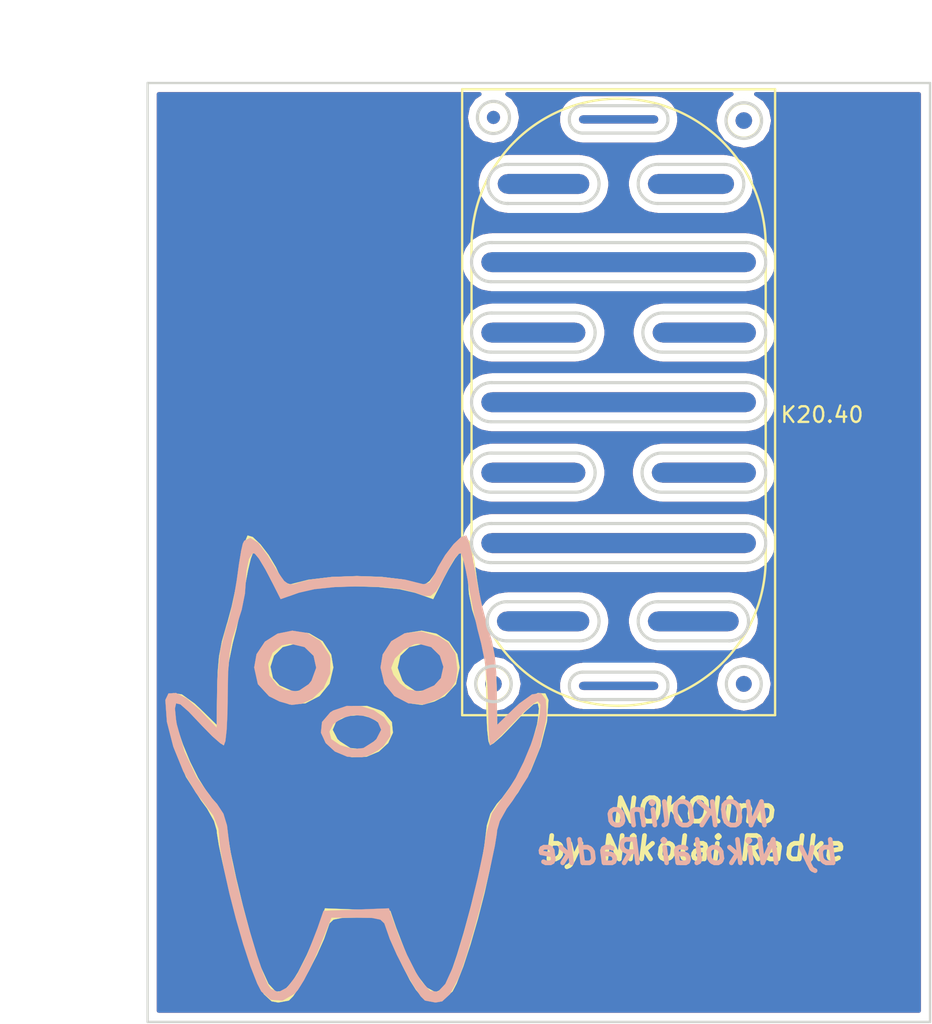
<source format=kicad_pcb>
(kicad_pcb (version 4) (host pcbnew 4.0.6+dfsg1-1)

  (general
    (links 0)
    (no_connects 0)
    (area 99.924999 49.924999 150.075001 110.075001)
    (thickness 1.6)
    (drawings 96)
    (tracks 0)
    (zones 0)
    (modules 3)
    (nets 1)
  )

  (page A4)
  (layers
    (0 F.Cu signal)
    (31 B.Cu signal)
    (32 B.Adhes user)
    (33 F.Adhes user)
    (34 B.Paste user)
    (35 F.Paste user)
    (36 B.SilkS user)
    (37 F.SilkS user)
    (38 B.Mask user)
    (39 F.Mask user)
    (40 Dwgs.User user)
    (41 Cmts.User user)
    (42 Eco1.User user)
    (43 Eco2.User user)
    (44 Edge.Cuts user)
    (45 Margin user)
    (46 B.CrtYd user)
    (47 F.CrtYd user)
    (48 B.Fab user)
    (49 F.Fab user)
  )

  (setup
    (last_trace_width 0.25)
    (trace_clearance 0.2)
    (zone_clearance 0.508)
    (zone_45_only no)
    (trace_min 0.2)
    (segment_width 0.2)
    (edge_width 0.2)
    (via_size 0.6)
    (via_drill 0.4)
    (via_min_size 0.4)
    (via_min_drill 0.3)
    (uvia_size 0.3)
    (uvia_drill 0.1)
    (uvias_allowed no)
    (uvia_min_size 0.2)
    (uvia_min_drill 0.1)
    (pcb_text_width 0.3)
    (pcb_text_size 1.5 1.5)
    (mod_edge_width 0.15)
    (mod_text_size 1 1)
    (mod_text_width 0.15)
    (pad_size 1.524 1.524)
    (pad_drill 0.762)
    (pad_to_mask_clearance 0.2)
    (aux_axis_origin 0 0)
    (visible_elements FFFFFF7F)
    (pcbplotparams
      (layerselection 0x00030_80000001)
      (usegerberextensions false)
      (excludeedgelayer true)
      (linewidth 0.100000)
      (plotframeref false)
      (viasonmask false)
      (mode 1)
      (useauxorigin false)
      (hpglpennumber 1)
      (hpglpenspeed 20)
      (hpglpendiameter 15)
      (hpglpenoverlay 2)
      (psnegative false)
      (psa4output false)
      (plotreference true)
      (plotvalue true)
      (plotinvisibletext false)
      (padsonsilk false)
      (subtractmaskfromsilk false)
      (outputformat 1)
      (mirror false)
      (drillshape 0)
      (scaleselection 1)
      (outputdirectory GERBERS/))
  )

  (net 0 "")

  (net_class Default "Dies ist die voreingestellte Netzklasse."
    (clearance 0.2)
    (trace_width 0.25)
    (via_dia 0.6)
    (via_drill 0.4)
    (uvia_dia 0.3)
    (uvia_drill 0.1)
  )

  (module NOKOlino:NOKOlino_logo (layer B.Cu) (tedit 0) (tstamp 5A6E2696)
    (at 113.3 93.45 180)
    (fp_text reference G*** (at 0 0 180) (layer B.SilkS) hide
      (effects (font (thickness 0.3)) (justify mirror))
    )
    (fp_text value LOGO (at 0.75 0 180) (layer B.SilkS) hide
      (effects (font (thickness 0.3)) (justify mirror))
    )
    (fp_poly (pts (xy -6.73186 14.436852) (xy -6.249074 13.976677) (xy -5.717834 13.287127) (xy -5.248515 12.501568)
      (xy -5.089436 12.158334) (xy -4.723347 11.532404) (xy -4.326186 11.412787) (xy -4.269827 11.431093)
      (xy -3.169203 11.707486) (xy -1.709045 11.87783) (xy -0.084807 11.938967) (xy 1.508059 11.887742)
      (xy 2.874098 11.720996) (xy 3.525017 11.556994) (xy 3.963446 11.417037) (xy 4.278706 11.413262)
      (xy 4.571805 11.627194) (xy 4.943753 12.140359) (xy 5.495559 13.034281) (xy 5.630623 13.256449)
      (xy 6.230801 14.056675) (xy 6.744368 14.377466) (xy 7.125876 14.197045) (xy 7.217698 14.01696)
      (xy 7.323643 13.559633) (xy 7.462493 12.722684) (xy 7.604017 11.688626) (xy 7.806952 10.459647)
      (xy 8.088691 9.247201) (xy 8.334137 8.466667) (xy 8.660553 7.177397) (xy 8.833922 5.454069)
      (xy 8.856183 4.72384) (xy 8.89 2.251013) (xy 9.969553 3.383284) (xy 10.79018 4.108425)
      (xy 11.483094 4.468398) (xy 11.969394 4.440302) (xy 12.168993 4.021667) (xy 12.071143 2.632951)
      (xy 11.663178 1.042584) (xy 11.020826 -0.539114) (xy 10.219817 -1.90182) (xy 9.883802 -2.325062)
      (xy 9.105879 -3.356909) (xy 8.770774 -4.2068) (xy 8.748888 -4.469856) (xy 8.66204 -5.435384)
      (xy 8.426038 -6.766815) (xy 8.077695 -8.326632) (xy 7.653823 -9.977319) (xy 7.191234 -11.581359)
      (xy 6.726743 -13.001235) (xy 6.29716 -14.099432) (xy 6.035747 -14.605) (xy 5.424822 -15.135911)
      (xy 4.673138 -15.184876) (xy 3.924345 -14.757505) (xy 3.703172 -14.513928) (xy 3.310576 -13.886787)
      (xy 2.825528 -12.934102) (xy 2.351602 -11.85964) (xy 2.342133 -11.836295) (xy 1.552222 -9.884733)
      (xy -0.096978 -9.881255) (xy -1.044602 -9.905554) (xy -1.572599 -10.014056) (xy -1.824478 -10.252546)
      (xy -1.897288 -10.455628) (xy -2.177578 -11.258118) (xy -2.622189 -12.253095) (xy -3.152123 -13.292669)
      (xy -3.688381 -14.228951) (xy -4.151965 -14.914052) (xy -4.423777 -15.185363) (xy -5.099524 -15.311452)
      (xy -5.526346 -15.233333) (xy -6.026189 -14.774223) (xy -6.548008 -13.781867) (xy -6.754702 -13.253411)
      (xy -7.112103 -12.182639) (xy -7.512712 -10.837943) (xy -7.923879 -9.347438) (xy -8.312952 -7.839238)
      (xy -8.647281 -6.441458) (xy -8.894215 -5.282213) (xy -9.021103 -4.489617) (xy -9.031112 -4.321278)
      (xy -9.205339 -3.71584) (xy -9.652226 -2.917088) (xy -10.030759 -2.402835) (xy -10.999621 -0.893635)
      (xy -11.74325 0.902269) (xy -12.158134 2.720416) (xy -12.197415 3.132652) (xy -12.162504 3.719623)
      (xy -11.808507 3.719623) (xy -11.76594 3.101367) (xy -11.545375 2.210653) (xy -11.187733 1.161794)
      (xy -10.733934 0.069101) (xy -10.224899 -0.953115) (xy -9.701548 -1.790541) (xy -9.475787 -2.072696)
      (xy -8.699099 -3.223702) (xy -8.359741 -4.45722) (xy -8.140494 -5.736448) (xy -7.792263 -7.357621)
      (xy -7.363532 -9.126865) (xy -6.902789 -10.850304) (xy -6.458516 -12.334064) (xy -6.208216 -13.06035)
      (xy -5.72565 -14.120168) (xy -5.255824 -14.622569) (xy -4.761331 -14.572346) (xy -4.204764 -13.974295)
      (xy -3.831333 -13.365007) (xy -3.276517 -12.265183) (xy -2.756267 -11.065367) (xy -2.608304 -10.673285)
      (xy -2.117755 -9.292111) (xy -0.028067 -9.373278) (xy 2.061621 -9.454444) (xy 2.441629 -10.554606)
      (xy 3.11126 -12.278194) (xy 3.765513 -13.551252) (xy 4.383849 -14.350487) (xy 4.945728 -14.65261)
      (xy 5.430611 -14.434328) (xy 5.619324 -14.158048) (xy 5.932121 -13.417267) (xy 6.321862 -12.266718)
      (xy 6.749639 -10.849058) (xy 7.176541 -9.306947) (xy 7.563658 -7.783041) (xy 7.872079 -6.419999)
      (xy 8.062894 -5.36048) (xy 8.095376 -5.08) (xy 8.229334 -3.991149) (xy 8.456158 -3.246426)
      (xy 8.861316 -2.625559) (xy 9.190466 -2.257778) (xy 10.164508 -0.927188) (xy 10.949505 0.727084)
      (xy 11.438388 2.470263) (xy 11.487056 2.778123) (xy 11.555443 3.479406) (xy 11.481257 3.805859)
      (xy 11.209043 3.743862) (xy 10.683344 3.279791) (xy 9.848704 2.400024) (xy 9.819663 2.368531)
      (xy 9.171671 1.707041) (xy 8.657917 1.257299) (xy 8.430722 1.128889) (xy 8.331607 1.392052)
      (xy 8.251557 2.105483) (xy 8.199651 3.155091) (xy 8.184444 4.222885) (xy 8.157702 5.817204)
      (xy 8.064379 7.006581) (xy 7.884827 7.948561) (xy 7.62 8.748889) (xy 7.288424 9.788451)
      (xy 7.083434 10.81247) (xy 7.051701 11.228781) (xy 6.988421 12.278466) (xy 6.826875 13.035539)
      (xy 6.596702 13.393263) (xy 6.453658 13.382409) (xy 6.191627 13.058427) (xy 5.791665 12.394851)
      (xy 5.499315 11.845404) (xy 4.800474 10.466309) (xy 3.634754 10.877599) (xy 2.634309 11.105055)
      (xy 1.297991 11.242023) (xy -0.194777 11.288277) (xy -1.664574 11.24359) (xy -2.931978 11.107736)
      (xy -3.80228 10.88697) (xy -4.378429 10.675215) (xy -4.784135 10.67694) (xy -5.132029 10.971556)
      (xy -5.534744 11.638475) (xy -5.912202 12.374571) (xy -6.301884 13.043527) (xy -6.614825 13.398266)
      (xy -6.722466 13.410016) (xy -6.858909 13.054797) (xy -7.038902 12.297921) (xy -7.225596 11.296421)
      (xy -7.24215 11.195445) (xy -7.482755 9.895326) (xy -7.777829 8.555392) (xy -8.018261 7.629051)
      (xy -8.253121 6.484047) (xy -8.412011 5.031881) (xy -8.466667 3.607385) (xy -8.480334 2.503685)
      (xy -8.516882 1.652896) (xy -8.569636 1.182505) (xy -8.596469 1.128889) (xy -8.83945 1.319262)
      (xy -9.353435 1.818992) (xy -10.028411 2.520995) (xy -10.0462 2.54) (xy -10.745626 3.248982)
      (xy -11.314618 3.755618) (xy -11.630882 3.951096) (xy -11.632155 3.951111) (xy -11.808507 3.719623)
      (xy -12.162504 3.719623) (xy -12.142919 4.048888) (xy -11.830149 4.464353) (xy -11.262366 4.378473)
      (xy -10.442833 3.790673) (xy -10.128708 3.497222) (xy -9.031112 2.425447) (xy -9.01014 4.387724)
      (xy -8.975515 5.774249) (xy -8.884478 6.824922) (xy -8.704007 7.76785) (xy -8.401081 8.831141)
      (xy -8.337949 9.031111) (xy -8.082418 9.982587) (xy -7.814356 11.213025) (xy -7.610234 12.346306)
      (xy -7.42337 13.360192) (xy -7.230714 14.135834) (xy -7.070694 14.521584) (xy -7.055814 14.534285)
      (xy -6.73186 14.436852)) (layer B.SilkS) (width 0.01))
    (fp_poly (pts (xy 1.445099 3.347075) (xy 1.630537 3.229552) (xy 2.156819 2.615607) (xy 2.226477 1.932023)
      (xy 1.923385 1.271816) (xy 1.33142 0.728001) (xy 0.534458 0.393593) (xy -0.383625 0.361606)
      (xy -0.846667 0.482441) (xy -1.400363 0.791068) (xy -1.763889 1.068345) (xy -2.208844 1.706521)
      (xy -2.196805 2.11783) (xy -1.624325 2.11783) (xy -1.317684 1.524441) (xy -1.144687 1.367153)
      (xy -0.484965 0.948369) (xy 0.163519 0.886486) (xy 0.988974 1.129344) (xy 1.564798 1.519843)
      (xy 1.687463 1.999606) (xy 1.438575 2.477278) (xy 0.899742 2.861503) (xy 0.152568 3.060925)
      (xy -0.678008 2.995466) (xy -1.402191 2.639253) (xy -1.624325 2.11783) (xy -2.196805 2.11783)
      (xy -2.190186 2.343936) (xy -1.805406 2.918519) (xy -1.151996 3.368196) (xy -0.327448 3.630896)
      (xy 0.570748 3.644546) (xy 1.445099 3.347075)) (layer B.SilkS) (width 0.01))
    (fp_poly (pts (xy -3.133097 8.289381) (xy -2.269864 7.779738) (xy -1.719435 6.930812) (xy -1.580445 6.09808)
      (xy -1.825336 5.06366) (xy -2.466395 4.276456) (xy -3.363203 3.809576) (xy -4.375338 3.736129)
      (xy -5.362223 4.129115) (xy -6.071048 4.702767) (xy -6.402237 5.246657) (xy -6.48679 5.97414)
      (xy -6.466765 6.142321) (xy -5.600565 6.142321) (xy -5.440315 5.417634) (xy -5.017204 4.954892)
      (xy -4.120112 4.554228) (xy -3.313274 4.701479) (xy -2.822223 5.08) (xy -2.403603 5.63874)
      (xy -2.257778 6.067778) (xy -2.493676 6.668857) (xy -3.060214 7.237538) (xy -3.745662 7.585119)
      (xy -3.999445 7.62) (xy -4.819322 7.402736) (xy -5.373298 6.857099) (xy -5.600565 6.142321)
      (xy -6.466765 6.142321) (xy -6.365594 6.991973) (xy -5.921819 7.671116) (xy -5.342038 8.053771)
      (xy -4.19515 8.40048) (xy -3.133097 8.289381)) (layer B.SilkS) (width 0.01))
    (fp_poly (pts (xy 5.001251 8.261013) (xy 5.806213 7.751088) (xy 6.34254 6.943665) (xy 6.491111 6.100765)
      (xy 6.255692 5.036641) (xy 5.540577 4.261218) (xy 4.876721 3.927475) (xy 4.091525 3.707308)
      (xy 3.435403 3.790167) (xy 2.7816 4.096851) (xy 2.061579 4.764584) (xy 1.644383 5.700056)
      (xy 1.634857 6.081603) (xy 2.527414 6.081603) (xy 2.829645 5.255257) (xy 3.007074 5.031667)
      (xy 3.693339 4.572699) (xy 4.474239 4.649395) (xy 5.017203 4.954892) (xy 5.516593 5.585117)
      (xy 5.597507 6.339987) (xy 5.314427 7.042984) (xy 4.721834 7.517592) (xy 4.19462 7.62)
      (xy 3.273593 7.402794) (xy 2.696627 6.843722) (xy 2.527414 6.081603) (xy 1.634857 6.081603)
      (xy 1.620091 6.672973) (xy 1.686519 6.896524) (xy 2.270287 7.791196) (xy 3.103714 8.302527)
      (xy 4.057226 8.451979) (xy 5.001251 8.261013)) (layer B.SilkS) (width 0.01))
  )

  (module NOKOlino:K20.40_mount (layer F.Cu) (tedit 5A64F3ED) (tstamp 5A64E4ED)
    (at 130.1 70.4)
    (descr K20.40)
    (tags Lautsprecher)
    (fp_text reference K20.40 (at 13 0.8) (layer F.SilkS)
      (effects (font (size 1 1) (thickness 0.15)))
    )
    (fp_text value K20.40 (at 12.9 -0.8) (layer F.Fab)
      (effects (font (size 1 1) (thickness 0.15)))
    )
    (fp_arc (start 0 10) (end 9.4 10) (angle 90) (layer F.SilkS) (width 0.15))
    (fp_arc (start 0 10) (end 0 19.4) (angle 90) (layer F.SilkS) (width 0.15))
    (fp_arc (start 0 -10) (end 0 -19.4) (angle 90) (layer F.SilkS) (width 0.15))
    (fp_arc (start 0 -10) (end -9.4 -10) (angle 90) (layer F.SilkS) (width 0.15))
    (fp_line (start 9.4 -10) (end 9.4 10) (layer F.SilkS) (width 0.15))
    (fp_line (start -9.4 -10) (end -9.4 10) (layer F.SilkS) (width 0.15))
    (fp_circle (center 8 18) (end 9.1 18) (layer F.SilkS) (width 0.15))
    (fp_circle (center -8 18) (end -6.9 18) (layer F.SilkS) (width 0.15))
    (fp_circle (center 8 -18) (end 9.1 -18) (layer F.SilkS) (width 0.15))
    (fp_circle (center -8 -18.2) (end -7 -18.2) (layer F.SilkS) (width 0.15))
    (fp_line (start 10 -20) (end -10 -20) (layer F.SilkS) (width 0.15))
    (fp_line (start -10 20) (end 10 20) (layer F.SilkS) (width 0.15))
    (fp_line (start -10 20) (end -10 -20) (layer F.SilkS) (width 0.15))
    (fp_line (start 10 20) (end 10 -20) (layer F.SilkS) (width 0.15))
  )

  (module NOKOlino:NOKOlino_logo (layer F.Cu) (tedit 0) (tstamp 5A6E2683)
    (at 113.45 93.45)
    (fp_text reference G*** (at 0 0) (layer F.SilkS) hide
      (effects (font (thickness 0.3)))
    )
    (fp_text value LOGO (at 0.75 0) (layer F.SilkS) hide
      (effects (font (thickness 0.3)))
    )
    (fp_poly (pts (xy -6.73186 -14.436852) (xy -6.249074 -13.976677) (xy -5.717834 -13.287127) (xy -5.248515 -12.501568)
      (xy -5.089436 -12.158334) (xy -4.723347 -11.532404) (xy -4.326186 -11.412787) (xy -4.269827 -11.431093)
      (xy -3.169203 -11.707486) (xy -1.709045 -11.87783) (xy -0.084807 -11.938967) (xy 1.508059 -11.887742)
      (xy 2.874098 -11.720996) (xy 3.525017 -11.556994) (xy 3.963446 -11.417037) (xy 4.278706 -11.413262)
      (xy 4.571805 -11.627194) (xy 4.943753 -12.140359) (xy 5.495559 -13.034281) (xy 5.630623 -13.256449)
      (xy 6.230801 -14.056675) (xy 6.744368 -14.377466) (xy 7.125876 -14.197045) (xy 7.217698 -14.01696)
      (xy 7.323643 -13.559633) (xy 7.462493 -12.722684) (xy 7.604017 -11.688626) (xy 7.806952 -10.459647)
      (xy 8.088691 -9.247201) (xy 8.334137 -8.466667) (xy 8.660553 -7.177397) (xy 8.833922 -5.454069)
      (xy 8.856183 -4.72384) (xy 8.89 -2.251013) (xy 9.969553 -3.383284) (xy 10.79018 -4.108425)
      (xy 11.483094 -4.468398) (xy 11.969394 -4.440302) (xy 12.168993 -4.021667) (xy 12.071143 -2.632951)
      (xy 11.663178 -1.042584) (xy 11.020826 0.539114) (xy 10.219817 1.90182) (xy 9.883802 2.325062)
      (xy 9.105879 3.356909) (xy 8.770774 4.2068) (xy 8.748888 4.469856) (xy 8.66204 5.435384)
      (xy 8.426038 6.766815) (xy 8.077695 8.326632) (xy 7.653823 9.977319) (xy 7.191234 11.581359)
      (xy 6.726743 13.001235) (xy 6.29716 14.099432) (xy 6.035747 14.605) (xy 5.424822 15.135911)
      (xy 4.673138 15.184876) (xy 3.924345 14.757505) (xy 3.703172 14.513928) (xy 3.310576 13.886787)
      (xy 2.825528 12.934102) (xy 2.351602 11.85964) (xy 2.342133 11.836295) (xy 1.552222 9.884733)
      (xy -0.096978 9.881255) (xy -1.044602 9.905554) (xy -1.572599 10.014056) (xy -1.824478 10.252546)
      (xy -1.897288 10.455628) (xy -2.177578 11.258118) (xy -2.622189 12.253095) (xy -3.152123 13.292669)
      (xy -3.688381 14.228951) (xy -4.151965 14.914052) (xy -4.423777 15.185363) (xy -5.099524 15.311452)
      (xy -5.526346 15.233333) (xy -6.026189 14.774223) (xy -6.548008 13.781867) (xy -6.754702 13.253411)
      (xy -7.112103 12.182639) (xy -7.512712 10.837943) (xy -7.923879 9.347438) (xy -8.312952 7.839238)
      (xy -8.647281 6.441458) (xy -8.894215 5.282213) (xy -9.021103 4.489617) (xy -9.031112 4.321278)
      (xy -9.205339 3.71584) (xy -9.652226 2.917088) (xy -10.030759 2.402835) (xy -10.999621 0.893635)
      (xy -11.74325 -0.902269) (xy -12.158134 -2.720416) (xy -12.197415 -3.132652) (xy -12.162504 -3.719623)
      (xy -11.808507 -3.719623) (xy -11.76594 -3.101367) (xy -11.545375 -2.210653) (xy -11.187733 -1.161794)
      (xy -10.733934 -0.069101) (xy -10.224899 0.953115) (xy -9.701548 1.790541) (xy -9.475787 2.072696)
      (xy -8.699099 3.223702) (xy -8.359741 4.45722) (xy -8.140494 5.736448) (xy -7.792263 7.357621)
      (xy -7.363532 9.126865) (xy -6.902789 10.850304) (xy -6.458516 12.334064) (xy -6.208216 13.06035)
      (xy -5.72565 14.120168) (xy -5.255824 14.622569) (xy -4.761331 14.572346) (xy -4.204764 13.974295)
      (xy -3.831333 13.365007) (xy -3.276517 12.265183) (xy -2.756267 11.065367) (xy -2.608304 10.673285)
      (xy -2.117755 9.292111) (xy -0.028067 9.373278) (xy 2.061621 9.454444) (xy 2.441629 10.554606)
      (xy 3.11126 12.278194) (xy 3.765513 13.551252) (xy 4.383849 14.350487) (xy 4.945728 14.65261)
      (xy 5.430611 14.434328) (xy 5.619324 14.158048) (xy 5.932121 13.417267) (xy 6.321862 12.266718)
      (xy 6.749639 10.849058) (xy 7.176541 9.306947) (xy 7.563658 7.783041) (xy 7.872079 6.419999)
      (xy 8.062894 5.36048) (xy 8.095376 5.08) (xy 8.229334 3.991149) (xy 8.456158 3.246426)
      (xy 8.861316 2.625559) (xy 9.190466 2.257778) (xy 10.164508 0.927188) (xy 10.949505 -0.727084)
      (xy 11.438388 -2.470263) (xy 11.487056 -2.778123) (xy 11.555443 -3.479406) (xy 11.481257 -3.805859)
      (xy 11.209043 -3.743862) (xy 10.683344 -3.279791) (xy 9.848704 -2.400024) (xy 9.819663 -2.368531)
      (xy 9.171671 -1.707041) (xy 8.657917 -1.257299) (xy 8.430722 -1.128889) (xy 8.331607 -1.392052)
      (xy 8.251557 -2.105483) (xy 8.199651 -3.155091) (xy 8.184444 -4.222885) (xy 8.157702 -5.817204)
      (xy 8.064379 -7.006581) (xy 7.884827 -7.948561) (xy 7.62 -8.748889) (xy 7.288424 -9.788451)
      (xy 7.083434 -10.81247) (xy 7.051701 -11.228781) (xy 6.988421 -12.278466) (xy 6.826875 -13.035539)
      (xy 6.596702 -13.393263) (xy 6.453658 -13.382409) (xy 6.191627 -13.058427) (xy 5.791665 -12.394851)
      (xy 5.499315 -11.845404) (xy 4.800474 -10.466309) (xy 3.634754 -10.877599) (xy 2.634309 -11.105055)
      (xy 1.297991 -11.242023) (xy -0.194777 -11.288277) (xy -1.664574 -11.24359) (xy -2.931978 -11.107736)
      (xy -3.80228 -10.88697) (xy -4.378429 -10.675215) (xy -4.784135 -10.67694) (xy -5.132029 -10.971556)
      (xy -5.534744 -11.638475) (xy -5.912202 -12.374571) (xy -6.301884 -13.043527) (xy -6.614825 -13.398266)
      (xy -6.722466 -13.410016) (xy -6.858909 -13.054797) (xy -7.038902 -12.297921) (xy -7.225596 -11.296421)
      (xy -7.24215 -11.195445) (xy -7.482755 -9.895326) (xy -7.777829 -8.555392) (xy -8.018261 -7.629051)
      (xy -8.253121 -6.484047) (xy -8.412011 -5.031881) (xy -8.466667 -3.607385) (xy -8.480334 -2.503685)
      (xy -8.516882 -1.652896) (xy -8.569636 -1.182505) (xy -8.596469 -1.128889) (xy -8.83945 -1.319262)
      (xy -9.353435 -1.818992) (xy -10.028411 -2.520995) (xy -10.0462 -2.54) (xy -10.745626 -3.248982)
      (xy -11.314618 -3.755618) (xy -11.630882 -3.951096) (xy -11.632155 -3.951111) (xy -11.808507 -3.719623)
      (xy -12.162504 -3.719623) (xy -12.142919 -4.048888) (xy -11.830149 -4.464353) (xy -11.262366 -4.378473)
      (xy -10.442833 -3.790673) (xy -10.128708 -3.497222) (xy -9.031112 -2.425447) (xy -9.01014 -4.387724)
      (xy -8.975515 -5.774249) (xy -8.884478 -6.824922) (xy -8.704007 -7.76785) (xy -8.401081 -8.831141)
      (xy -8.337949 -9.031111) (xy -8.082418 -9.982587) (xy -7.814356 -11.213025) (xy -7.610234 -12.346306)
      (xy -7.42337 -13.360192) (xy -7.230714 -14.135834) (xy -7.070694 -14.521584) (xy -7.055814 -14.534285)
      (xy -6.73186 -14.436852)) (layer F.SilkS) (width 0.01))
    (fp_poly (pts (xy 1.445099 -3.347075) (xy 1.630537 -3.229552) (xy 2.156819 -2.615607) (xy 2.226477 -1.932023)
      (xy 1.923385 -1.271816) (xy 1.33142 -0.728001) (xy 0.534458 -0.393593) (xy -0.383625 -0.361606)
      (xy -0.846667 -0.482441) (xy -1.400363 -0.791068) (xy -1.763889 -1.068345) (xy -2.208844 -1.706521)
      (xy -2.196805 -2.11783) (xy -1.624325 -2.11783) (xy -1.317684 -1.524441) (xy -1.144687 -1.367153)
      (xy -0.484965 -0.948369) (xy 0.163519 -0.886486) (xy 0.988974 -1.129344) (xy 1.564798 -1.519843)
      (xy 1.687463 -1.999606) (xy 1.438575 -2.477278) (xy 0.899742 -2.861503) (xy 0.152568 -3.060925)
      (xy -0.678008 -2.995466) (xy -1.402191 -2.639253) (xy -1.624325 -2.11783) (xy -2.196805 -2.11783)
      (xy -2.190186 -2.343936) (xy -1.805406 -2.918519) (xy -1.151996 -3.368196) (xy -0.327448 -3.630896)
      (xy 0.570748 -3.644546) (xy 1.445099 -3.347075)) (layer F.SilkS) (width 0.01))
    (fp_poly (pts (xy -3.133097 -8.289381) (xy -2.269864 -7.779738) (xy -1.719435 -6.930812) (xy -1.580445 -6.09808)
      (xy -1.825336 -5.06366) (xy -2.466395 -4.276456) (xy -3.363203 -3.809576) (xy -4.375338 -3.736129)
      (xy -5.362223 -4.129115) (xy -6.071048 -4.702767) (xy -6.402237 -5.246657) (xy -6.48679 -5.97414)
      (xy -6.466765 -6.142321) (xy -5.600565 -6.142321) (xy -5.440315 -5.417634) (xy -5.017204 -4.954892)
      (xy -4.120112 -4.554228) (xy -3.313274 -4.701479) (xy -2.822223 -5.08) (xy -2.403603 -5.63874)
      (xy -2.257778 -6.067778) (xy -2.493676 -6.668857) (xy -3.060214 -7.237538) (xy -3.745662 -7.585119)
      (xy -3.999445 -7.62) (xy -4.819322 -7.402736) (xy -5.373298 -6.857099) (xy -5.600565 -6.142321)
      (xy -6.466765 -6.142321) (xy -6.365594 -6.991973) (xy -5.921819 -7.671116) (xy -5.342038 -8.053771)
      (xy -4.19515 -8.40048) (xy -3.133097 -8.289381)) (layer F.SilkS) (width 0.01))
    (fp_poly (pts (xy 5.001251 -8.261013) (xy 5.806213 -7.751088) (xy 6.34254 -6.943665) (xy 6.491111 -6.100765)
      (xy 6.255692 -5.036641) (xy 5.540577 -4.261218) (xy 4.876721 -3.927475) (xy 4.091525 -3.707308)
      (xy 3.435403 -3.790167) (xy 2.7816 -4.096851) (xy 2.061579 -4.764584) (xy 1.644383 -5.700056)
      (xy 1.634857 -6.081603) (xy 2.527414 -6.081603) (xy 2.829645 -5.255257) (xy 3.007074 -5.031667)
      (xy 3.693339 -4.572699) (xy 4.474239 -4.649395) (xy 5.017203 -4.954892) (xy 5.516593 -5.585117)
      (xy 5.597507 -6.339987) (xy 5.314427 -7.042984) (xy 4.721834 -7.517592) (xy 4.19462 -7.62)
      (xy 3.273593 -7.402794) (xy 2.696627 -6.843722) (xy 2.527414 -6.081603) (xy 1.634857 -6.081603)
      (xy 1.620091 -6.672973) (xy 1.686519 -6.896524) (xy 2.270287 -7.791196) (xy 3.103714 -8.302527)
      (xy 4.057226 -8.451979) (xy 5.001251 -8.261013)) (layer F.SilkS) (width 0.01))
  )

  (gr_text "NOKOlino\nby Nikolai Radke" (at 134.55 97.95) (layer B.SilkS) (tstamp 5A6E26A6)
    (effects (font (size 1.5 1.5) (thickness 0.3) italic) (justify mirror))
  )
  (gr_text "NOKOlino\nby Nikolai Radke" (at 134.9 97.7) (layer F.SilkS)
    (effects (font (size 1.5 1.5) (thickness 0.3) italic))
  )
  (gr_arc (start 132.4 52.35) (end 133.25 52.35) (angle 90) (layer Edge.Cuts) (width 0.2) (tstamp 5A6CE3B0))
  (gr_arc (start 132.4 52.3) (end 132.4 51.45) (angle 90) (layer Edge.Cuts) (width 0.2) (tstamp 5A6CE3A3))
  (gr_arc (start 127.8 52.35) (end 127.8 53.2) (angle 90) (layer Edge.Cuts) (width 0.2) (tstamp 5A6CE397))
  (gr_arc (start 127.8 52.3) (end 126.95 52.3) (angle 90) (layer Edge.Cuts) (width 0.2) (tstamp 5A6CE382))
  (gr_line (start 132.4 51.45) (end 127.8 51.45) (angle 90) (layer Edge.Cuts) (width 0.2) (tstamp 5A6CE34C))
  (gr_line (start 132.4 87.65) (end 127.8 87.65) (angle 90) (layer Edge.Cuts) (width 0.2) (tstamp 5A6CE33B))
  (gr_arc (start 132.4 88.55) (end 133.25 88.55) (angle 90) (layer Edge.Cuts) (width 0.2))
  (gr_arc (start 127.8 88.5) (end 126.95 88.5) (angle 90) (layer Edge.Cuts) (width 0.2))
  (gr_arc (start 132.4 88.5) (end 132.4 87.65) (angle 90) (layer Edge.Cuts) (width 0.2))
  (gr_arc (start 127.8 88.55) (end 127.8 89.4) (angle 90) (layer Edge.Cuts) (width 0.2))
  (gr_line (start 132.4 89.4) (end 127.8 89.4) (angle 90) (layer Edge.Cuts) (width 0.2) (tstamp 5A6CD8EA))
  (gr_line (start 132.4 53.2) (end 127.8 53.2) (angle 90) (layer Edge.Cuts) (width 0.2))
  (gr_arc (start 137.15 84.4) (end 137.15 83.15) (angle 90) (layer Edge.Cuts) (width 0.2) (tstamp 5A6CD7E4))
  (gr_arc (start 137.15 84.4) (end 138.4 84.4) (angle 90) (layer Edge.Cuts) (width 0.2) (tstamp 5A6CD7DE))
  (gr_line (start 137.2 85.65) (end 132.55 85.65) (angle 90) (layer Edge.Cuts) (width 0.2) (tstamp 5A6CD7D9))
  (gr_line (start 132.6 83.15) (end 137.2 83.15) (angle 90) (layer Edge.Cuts) (width 0.2) (tstamp 5A6CD7D1))
  (gr_arc (start 132.6 84.4) (end 132.6 85.65) (angle 90) (layer Edge.Cuts) (width 0.2) (tstamp 5A6CD7C7))
  (gr_arc (start 132.6 84.4) (end 131.35 84.35) (angle 90) (layer Edge.Cuts) (width 0.2) (tstamp 5A6CD7B9))
  (gr_line (start 127.6 85.65) (end 122.95 85.65) (angle 90) (layer Edge.Cuts) (width 0.2))
  (gr_line (start 123 83.15) (end 127.6 83.15) (angle 90) (layer Edge.Cuts) (width 0.2))
  (gr_arc (start 127.6 84.4) (end 128.85 84.4) (angle 90) (layer Edge.Cuts) (width 0.2) (tstamp 5A6CD6C3))
  (gr_line (start 123.05 57.7) (end 123 57.7) (angle 90) (layer Edge.Cuts) (width 0.2))
  (gr_line (start 132.6 57.7) (end 136.85 57.7) (angle 90) (layer Edge.Cuts) (width 0.2))
  (gr_line (start 136.85 55.2) (end 132.65 55.2) (angle 90) (layer Edge.Cuts) (width 0.2))
  (gr_line (start 127.6 57.7) (end 123 57.7) (angle 90) (layer Edge.Cuts) (width 0.2))
  (gr_line (start 123.05 55.2) (end 127.6 55.2) (angle 90) (layer Edge.Cuts) (width 0.2))
  (gr_arc (start 127.6 84.4) (end 127.6 83.15) (angle 90) (layer Edge.Cuts) (width 0.2) (tstamp 5A6CD58F))
  (gr_arc (start 122.95 84.4) (end 122.95 85.65) (angle 90) (layer Edge.Cuts) (width 0.2) (tstamp 5A6CD544))
  (gr_arc (start 122.95 84.4) (end 121.7 84.35) (angle 90) (layer Edge.Cuts) (width 0.2) (tstamp 5A6CD4F9))
  (gr_arc (start 132.6 56.45) (end 132.6 57.7) (angle 90) (layer Edge.Cuts) (width 0.2) (tstamp 5A6CD46B))
  (gr_arc (start 132.6 56.45) (end 131.35 56.4) (angle 90) (layer Edge.Cuts) (width 0.2) (tstamp 5A6CD45F))
  (gr_arc (start 127.6 56.45) (end 128.85 56.45) (angle 90) (layer Edge.Cuts) (width 0.2) (tstamp 5A6CD44B))
  (gr_arc (start 127.6 56.45) (end 127.6 55.2) (angle 90) (layer Edge.Cuts) (width 0.2) (tstamp 5A6CD440))
  (gr_arc (start 136.85 56.45) (end 138.1 56.45) (angle 90) (layer Edge.Cuts) (width 0.2) (tstamp 5A6CD421))
  (gr_arc (start 136.85 56.45) (end 136.85 55.2) (angle 90) (layer Edge.Cuts) (width 0.2) (tstamp 5A6CD416))
  (gr_arc (start 123 56.45) (end 123 57.7) (angle 90) (layer Edge.Cuts) (width 0.2) (tstamp 5A6CD3CF))
  (gr_arc (start 123 56.45) (end 121.75 56.4) (angle 90) (layer Edge.Cuts) (width 0.2) (tstamp 5A6CD3B5))
  (gr_arc (start 127.35 65.95) (end 128.6 65.95) (angle 90) (layer Edge.Cuts) (width 0.2) (tstamp 5A6CD32E))
  (gr_arc (start 127.35 65.95) (end 127.35 64.7) (angle 90) (layer Edge.Cuts) (width 0.2) (tstamp 5A6CD322))
  (gr_line (start 127.35 67.2) (end 121.95 67.2) (angle 90) (layer Edge.Cuts) (width 0.2) (tstamp 5A6CD315))
  (gr_line (start 122 64.7) (end 127.35 64.7) (angle 90) (layer Edge.Cuts) (width 0.2) (tstamp 5A6CD308))
  (gr_arc (start 121.95 65.95) (end 121.95 67.2) (angle 90) (layer Edge.Cuts) (width 0.2) (tstamp 5A6CD2E3))
  (gr_arc (start 121.95 65.95) (end 120.7 65.9) (angle 90) (layer Edge.Cuts) (width 0.2) (tstamp 5A6CD2D1))
  (gr_arc (start 132.9 65.95) (end 132.9 67.2) (angle 90) (layer Edge.Cuts) (width 0.2) (tstamp 5A6CD2BD))
  (gr_arc (start 132.9 65.95) (end 131.65 65.9) (angle 90) (layer Edge.Cuts) (width 0.2) (tstamp 5A6CD2B0))
  (gr_arc (start 138.25 65.95) (end 139.5 65.95) (angle 90) (layer Edge.Cuts) (width 0.2) (tstamp 5A6CD29F))
  (gr_line (start 132.9 67.2) (end 138.25 67.2) (angle 90) (layer Edge.Cuts) (width 0.2) (tstamp 5A6CD296))
  (gr_line (start 132.95 64.7) (end 138.3 64.7) (angle 90) (layer Edge.Cuts) (width 0.2) (tstamp 5A6CD28B))
  (gr_line (start 138.25 78.15) (end 121.95 78.15) (angle 90) (layer Edge.Cuts) (width 0.2) (tstamp 5A6CD247))
  (gr_arc (start 138.25 79.4) (end 138.25 78.15) (angle 90) (layer Edge.Cuts) (width 0.2) (tstamp 5A6CD229))
  (gr_arc (start 132.85 74.9) (end 132.85 76.15) (angle 90) (layer Edge.Cuts) (width 0.2) (tstamp 5A6CD1CC))
  (gr_arc (start 132.85 74.9) (end 131.6 74.85) (angle 90) (layer Edge.Cuts) (width 0.2) (tstamp 5A6CD1BD))
  (gr_line (start 132.9 76.15) (end 138.25 76.15) (angle 90) (layer Edge.Cuts) (width 0.2) (tstamp 5A6CD1AF))
  (gr_line (start 132.9 73.65) (end 138.25 73.65) (angle 90) (layer Edge.Cuts) (width 0.2) (tstamp 5A6CD1A5))
  (gr_arc (start 138.25 74.9) (end 139.5 74.9) (angle 90) (layer Edge.Cuts) (width 0.2) (tstamp 5A6CD192))
  (gr_arc (start 138.25 74.9) (end 138.25 73.65) (angle 90) (layer Edge.Cuts) (width 0.2) (tstamp 5A6CD183))
  (gr_line (start 127.35 76.15) (end 121.95 76.15) (angle 90) (layer Edge.Cuts) (width 0.2))
  (gr_line (start 122 73.65) (end 127.35 73.65) (angle 90) (layer Edge.Cuts) (width 0.2))
  (gr_arc (start 127.35 74.9) (end 128.6 74.9) (angle 90) (layer Edge.Cuts) (width 0.2) (tstamp 5A6CD14C))
  (gr_arc (start 127.35 74.9) (end 127.35 73.65) (angle 90) (layer Edge.Cuts) (width 0.2) (tstamp 5A6CD144))
  (gr_arc (start 121.95 74.9) (end 121.95 76.15) (angle 90) (layer Edge.Cuts) (width 0.2) (tstamp 5A6CD117))
  (gr_arc (start 121.95 74.9) (end 120.7 74.85) (angle 90) (layer Edge.Cuts) (width 0.2) (tstamp 5A6CD0F7))
  (gr_line (start 121.95 62.7) (end 138.25 62.7) (angle 90) (layer Edge.Cuts) (width 0.2))
  (gr_line (start 138.25 60.2) (end 122 60.2) (angle 90) (layer Edge.Cuts) (width 0.2))
  (gr_arc (start 138.25 61.45) (end 139.5 61.45) (angle 90) (layer Edge.Cuts) (width 0.2) (tstamp 5A6CD0B0))
  (gr_arc (start 138.25 61.45) (end 138.25 60.2) (angle 90) (layer Edge.Cuts) (width 0.2) (tstamp 5A6CD0A7))
  (gr_arc (start 121.95 61.45) (end 121.95 62.7) (angle 90) (layer Edge.Cuts) (width 0.2) (tstamp 5A6CD08B))
  (gr_arc (start 121.95 61.45) (end 120.7 61.4) (angle 90) (layer Edge.Cuts) (width 0.2) (tstamp 5A6CD080))
  (gr_line (start 138.25 80.65) (end 121.95 80.65) (angle 90) (layer Edge.Cuts) (width 0.2))
  (gr_arc (start 138.25 65.95) (end 138.25 64.7) (angle 90) (layer Edge.Cuts) (width 0.2) (tstamp 5A6CCF85))
  (gr_arc (start 138.25 79.4) (end 139.5 79.4) (angle 90) (layer Edge.Cuts) (width 0.2) (tstamp 5A6CCF79))
  (gr_arc (start 121.95 79.4) (end 120.7 79.35) (angle 90) (layer Edge.Cuts) (width 0.2) (tstamp 5A6CCF6D))
  (gr_arc (start 121.95 79.4) (end 121.95 80.65) (angle 90) (layer Edge.Cuts) (width 0.2) (tstamp 5A6CCF54))
  (gr_line (start 121.95 71.65) (end 138.25 71.65) (angle 90) (layer Edge.Cuts) (width 0.2))
  (gr_line (start 138.25 69.15) (end 122 69.15) (angle 90) (layer Edge.Cuts) (width 0.2))
  (gr_arc (start 138.25 70.4) (end 138.25 69.15) (angle 90) (layer Edge.Cuts) (width 0.2))
  (gr_arc (start 138.25 70.4) (end 139.5 70.4) (angle 90) (layer Edge.Cuts) (width 0.2))
  (gr_arc (start 121.95 70.4) (end 120.7 70.35) (angle 90) (layer Edge.Cuts) (width 0.2))
  (gr_arc (start 121.95 70.4) (end 121.95 71.65) (angle 90) (layer Edge.Cuts) (width 0.2))
  (gr_line (start 130.1 70.4) (end 129.8 70.4) (angle 90) (layer Cmts.User) (width 0.2))
  (gr_line (start 130.1 70.4) (end 130.4 70.4) (angle 90) (layer Cmts.User) (width 0.2))
  (gr_line (start 130.1 51) (end 130.1 89.8) (angle 90) (layer Cmts.User) (width 0.2))
  (gr_line (start 130.1 51) (end 130.1 50.65) (angle 90) (layer Cmts.User) (width 0.2))
  (gr_line (start 130.1 89.8) (end 130.1 90.15) (angle 90) (layer Cmts.User) (width 0.2))
  (dimension 60 (width 0.3) (layer Cmts.User)
    (gr_text "60,000 mm" (at 96.850001 80 270) (layer Cmts.User)
      (effects (font (size 1.5 1.5) (thickness 0.3)))
    )
    (feature1 (pts (xy 100 110) (xy 95.500001 110)))
    (feature2 (pts (xy 100 50) (xy 95.500001 50)))
    (crossbar (pts (xy 98.200001 50) (xy 98.200001 110)))
    (arrow1a (pts (xy 98.200001 110) (xy 97.61358 108.873496)))
    (arrow1b (pts (xy 98.200001 110) (xy 98.786422 108.873496)))
    (arrow2a (pts (xy 98.200001 50) (xy 97.61358 51.126504)))
    (arrow2b (pts (xy 98.200001 50) (xy 98.786422 51.126504)))
  )
  (dimension 50 (width 0.3) (layer Cmts.User)
    (gr_text "50,000 mm" (at 125 46.550001) (layer Cmts.User)
      (effects (font (size 1.5 1.5) (thickness 0.3)))
    )
    (feature1 (pts (xy 100 50) (xy 100 45.200001)))
    (feature2 (pts (xy 150 50) (xy 150 45.200001)))
    (crossbar (pts (xy 150 47.900001) (xy 100 47.900001)))
    (arrow1a (pts (xy 100 47.900001) (xy 101.126504 47.31358)))
    (arrow1b (pts (xy 100 47.900001) (xy 101.126504 48.486422)))
    (arrow2a (pts (xy 150 47.900001) (xy 148.873496 47.31358)))
    (arrow2b (pts (xy 150 47.900001) (xy 148.873496 48.486422)))
  )
  (gr_line (start 150 110) (end 100 110) (angle 90) (layer Edge.Cuts) (width 0.15))
  (gr_circle (center 122.1 88.4) (end 123 89.1) (layer Edge.Cuts) (width 0.2))
  (gr_circle (center 138.1 88.4) (end 139.1 88.9) (layer Edge.Cuts) (width 0.2))
  (gr_circle (center 122.1 52.2) (end 123 52.7) (layer Edge.Cuts) (width 0.2))
  (gr_circle (center 138.1 52.4) (end 139 53.1) (layer Edge.Cuts) (width 0.2))
  (gr_line (start 150 50) (end 100 50) (angle 90) (layer Edge.Cuts) (width 0.15))
  (gr_line (start 150 110) (end 150 50) (angle 90) (layer Edge.Cuts) (width 0.15))
  (gr_line (start 100 50) (end 100 110) (angle 90) (layer Edge.Cuts) (width 0.15))

  (zone (net 0) (net_name "") (layer F.Cu) (tstamp 5A665345) (hatch edge 0.508)
    (connect_pads (clearance 0.508))
    (min_thickness 0.254)
    (fill yes (arc_segments 16) (thermal_gap 0.508) (thermal_bridge_width 0.508))
    (polygon
      (pts
        (xy 150 110) (xy 100 110) (xy 100 50) (xy 150 50)
      )
    )
    (filled_polygon
      (pts
        (xy 120.852266 50.952266) (xy 120.469756 51.524731) (xy 120.335437 52.2) (xy 120.469756 52.875269) (xy 120.852266 53.447734)
        (xy 121.424731 53.830244) (xy 122.1 53.964563) (xy 122.775269 53.830244) (xy 123.347734 53.447734) (xy 123.730244 52.875269)
        (xy 123.864563 52.2) (xy 123.855933 52.156609) (xy 126.229123 52.156609) (xy 126.229124 52.310089) (xy 126.229123 52.493391)
        (xy 126.293825 52.818672) (xy 126.293825 52.818673) (xy 126.403572 53.083625) (xy 126.587829 53.359385) (xy 126.790615 53.562171)
        (xy 127.066375 53.746428) (xy 127.331328 53.856175) (xy 127.65661 53.920877) (xy 127.729 53.920877) (xy 127.8 53.935)
        (xy 132.4 53.935) (xy 132.471002 53.920877) (xy 132.543391 53.920877) (xy 132.868672 53.856175) (xy 132.868673 53.856175)
        (xy 133.133625 53.746428) (xy 133.409385 53.562171) (xy 133.612171 53.359385) (xy 133.796428 53.083625) (xy 133.906175 52.818672)
        (xy 133.970877 52.49339) (xy 133.970877 52.15661) (xy 133.906175 51.831328) (xy 133.822419 51.629123) (xy 133.796428 51.566375)
        (xy 133.612171 51.290615) (xy 133.409385 51.087829) (xy 133.133625 50.903572) (xy 132.868673 50.793825) (xy 132.868672 50.793825)
        (xy 132.543391 50.729123) (xy 132.471002 50.729123) (xy 132.4 50.715) (xy 127.8 50.715) (xy 127.729 50.729123)
        (xy 127.65661 50.729123) (xy 127.331328 50.793825) (xy 127.066375 50.903572) (xy 126.790615 51.087829) (xy 126.587829 51.290615)
        (xy 126.403572 51.566375) (xy 126.332122 51.73887) (xy 126.293825 51.831328) (xy 126.229123 52.156609) (xy 123.855933 52.156609)
        (xy 123.730244 51.524731) (xy 123.347734 50.952266) (xy 122.985158 50.71) (xy 137.318892 50.71) (xy 136.774051 51.074051)
        (xy 136.367564 51.682402) (xy 136.224825 52.4) (xy 136.367564 53.117598) (xy 136.774051 53.725949) (xy 137.382402 54.132436)
        (xy 138.1 54.275175) (xy 138.817598 54.132436) (xy 139.425949 53.725949) (xy 139.832436 53.117598) (xy 139.975175 52.4)
        (xy 139.832436 51.682402) (xy 139.425949 51.074051) (xy 138.881108 50.71) (xy 149.29 50.71) (xy 149.29 109.29)
        (xy 100.71 109.29) (xy 100.71 88.4) (xy 120.224825 88.4) (xy 120.367564 89.117598) (xy 120.774051 89.725949)
        (xy 121.382402 90.132436) (xy 122.1 90.275175) (xy 122.817598 90.132436) (xy 123.425949 89.725949) (xy 123.832436 89.117598)
        (xy 123.975175 88.4) (xy 123.966545 88.356609) (xy 126.229123 88.356609) (xy 126.229124 88.510089) (xy 126.229123 88.693391)
        (xy 126.293825 89.018672) (xy 126.293825 89.018673) (xy 126.403572 89.283625) (xy 126.587829 89.559385) (xy 126.790615 89.762171)
        (xy 127.066375 89.946428) (xy 127.331328 90.056175) (xy 127.65661 90.120877) (xy 127.729 90.120877) (xy 127.8 90.135)
        (xy 132.4 90.135) (xy 132.471002 90.120877) (xy 132.543391 90.120877) (xy 132.868672 90.056175) (xy 132.868673 90.056175)
        (xy 133.133625 89.946428) (xy 133.409385 89.762171) (xy 133.612171 89.559385) (xy 133.796428 89.283625) (xy 133.906175 89.018672)
        (xy 133.970877 88.69339) (xy 133.970877 88.4) (xy 136.246966 88.4) (xy 136.38802 89.109125) (xy 136.789707 89.710293)
        (xy 137.390875 90.11198) (xy 138.1 90.253034) (xy 138.809125 90.11198) (xy 139.410293 89.710293) (xy 139.81198 89.109125)
        (xy 139.953034 88.4) (xy 139.81198 87.690875) (xy 139.410293 87.089707) (xy 138.809125 86.68802) (xy 138.1 86.546966)
        (xy 137.390875 86.68802) (xy 136.789707 87.089707) (xy 136.38802 87.690875) (xy 136.246966 88.4) (xy 133.970877 88.4)
        (xy 133.970877 88.35661) (xy 133.906175 88.031328) (xy 133.822419 87.829123) (xy 133.796428 87.766375) (xy 133.612171 87.490615)
        (xy 133.409385 87.287829) (xy 133.133625 87.103572) (xy 132.868673 86.993825) (xy 132.868672 86.993825) (xy 132.543391 86.929123)
        (xy 132.471002 86.929123) (xy 132.4 86.915) (xy 127.8 86.915) (xy 127.729 86.929123) (xy 127.65661 86.929123)
        (xy 127.331328 86.993825) (xy 127.066375 87.103572) (xy 126.790615 87.287829) (xy 126.587829 87.490615) (xy 126.403572 87.766375)
        (xy 126.293825 88.031327) (xy 126.293825 88.031328) (xy 126.229123 88.356609) (xy 123.966545 88.356609) (xy 123.832436 87.682402)
        (xy 123.425949 87.074051) (xy 122.817598 86.667564) (xy 122.1 86.524825) (xy 121.382402 86.667564) (xy 120.774051 87.074051)
        (xy 120.367564 87.682402) (xy 120.224825 88.4) (xy 100.71 88.4) (xy 100.71 84.464464) (xy 120.973968 84.464464)
        (xy 120.979123 84.478468) (xy 120.979123 84.543392) (xy 121.074274 85.021744) (xy 121.074274 85.021746) (xy 121.184021 85.286698)
        (xy 121.454987 85.692228) (xy 121.657773 85.895013) (xy 122.063302 86.165979) (xy 122.250651 86.243582) (xy 122.328254 86.275726)
        (xy 122.806608 86.370877) (xy 122.879 86.370877) (xy 122.95 86.385) (xy 127.6 86.385) (xy 127.671 86.370877)
        (xy 127.743392 86.370877) (xy 128.221746 86.275726) (xy 128.486698 86.165979) (xy 128.892228 85.895013) (xy 129.095013 85.692227)
        (xy 129.365979 85.286698) (xy 129.45324 85.076032) (xy 129.475726 85.021746) (xy 129.570877 84.543392) (xy 129.570877 84.464464)
        (xy 130.623968 84.464464) (xy 130.629123 84.478468) (xy 130.629123 84.543392) (xy 130.724274 85.021744) (xy 130.724274 85.021746)
        (xy 130.834021 85.286698) (xy 131.104987 85.692228) (xy 131.307773 85.895013) (xy 131.713302 86.165979) (xy 131.900651 86.243582)
        (xy 131.978254 86.275726) (xy 132.456608 86.370877) (xy 132.479 86.370877) (xy 132.55 86.385) (xy 137.2 86.385)
        (xy 137.271 86.370877) (xy 137.293392 86.370877) (xy 137.771746 86.275726) (xy 138.036698 86.165979) (xy 138.442228 85.895013)
        (xy 138.645013 85.692227) (xy 138.915979 85.286698) (xy 139.00324 85.076032) (xy 139.025726 85.021746) (xy 139.120877 84.543392)
        (xy 139.120877 84.256608) (xy 139.025726 83.778254) (xy 138.984664 83.679123) (xy 138.915979 83.513302) (xy 138.645013 83.107773)
        (xy 138.543848 83.006608) (xy 138.442228 82.904987) (xy 138.036698 82.634021) (xy 137.771746 82.524274) (xy 137.293392 82.429123)
        (xy 137.271 82.429123) (xy 137.2 82.415) (xy 132.6 82.415) (xy 132.55167 82.424613) (xy 132.535535 82.423968)
        (xy 132.053376 82.499984) (xy 131.784248 82.599054) (xy 131.367882 82.853798) (xy 131.367879 82.853799) (xy 131.15715 83.048318)
        (xy 130.869964 83.443009) (xy 130.837498 83.513302) (xy 130.749715 83.703362) (xy 130.63543 84.177911) (xy 130.63262 84.248168)
        (xy 130.629123 84.25661) (xy 130.629123 84.335588) (xy 130.623968 84.464464) (xy 129.570877 84.464464) (xy 129.570877 84.256608)
        (xy 129.475726 83.778254) (xy 129.434664 83.679123) (xy 129.365979 83.513302) (xy 129.095013 83.107773) (xy 128.993848 83.006608)
        (xy 128.892228 82.904987) (xy 128.486698 82.634021) (xy 128.221746 82.524274) (xy 127.743392 82.429123) (xy 127.671 82.429123)
        (xy 127.6 82.415) (xy 123 82.415) (xy 122.943299 82.426279) (xy 122.885535 82.423968) (xy 122.403376 82.499984)
        (xy 122.134248 82.599054) (xy 121.717882 82.853798) (xy 121.717879 82.853799) (xy 121.50715 83.048318) (xy 121.219964 83.443009)
        (xy 121.187498 83.513302) (xy 121.099715 83.703362) (xy 120.98543 84.177911) (xy 120.98262 84.248168) (xy 120.979123 84.25661)
        (xy 120.979123 84.335588) (xy 120.973968 84.464464) (xy 100.71 84.464464) (xy 100.71 79.464464) (xy 119.973968 79.464464)
        (xy 119.979123 79.478468) (xy 119.979123 79.543392) (xy 120.074274 80.021744) (xy 120.074274 80.021746) (xy 120.184021 80.286698)
        (xy 120.454987 80.692228) (xy 120.657773 80.895013) (xy 121.063302 81.165979) (xy 121.250651 81.243582) (xy 121.328254 81.275726)
        (xy 121.806608 81.370877) (xy 121.879 81.370877) (xy 121.95 81.385) (xy 138.25 81.385) (xy 138.321 81.370877)
        (xy 138.393392 81.370877) (xy 138.871746 81.275726) (xy 139.136698 81.165979) (xy 139.542228 80.895013) (xy 139.745013 80.692227)
        (xy 140.015979 80.286698) (xy 140.10324 80.076032) (xy 140.125726 80.021746) (xy 140.220877 79.543392) (xy 140.220877 79.256608)
        (xy 140.125726 78.778254) (xy 140.084664 78.679123) (xy 140.015979 78.513302) (xy 139.745013 78.107773) (xy 139.643848 78.006608)
        (xy 139.542228 77.904987) (xy 139.136698 77.634021) (xy 138.871746 77.524274) (xy 138.393392 77.429123) (xy 138.321 77.429123)
        (xy 138.25 77.415) (xy 121.95 77.415) (xy 121.90167 77.424613) (xy 121.885535 77.423968) (xy 121.403376 77.499984)
        (xy 121.134248 77.599054) (xy 120.717882 77.853798) (xy 120.717879 77.853799) (xy 120.50715 78.048318) (xy 120.219964 78.443009)
        (xy 120.187498 78.513302) (xy 120.099715 78.703362) (xy 119.98543 79.177911) (xy 119.98262 79.248168) (xy 119.979123 79.25661)
        (xy 119.979123 79.335588) (xy 119.973968 79.464464) (xy 100.71 79.464464) (xy 100.71 74.964464) (xy 119.973968 74.964464)
        (xy 119.979123 74.978468) (xy 119.979123 75.043392) (xy 120.074274 75.521744) (xy 120.074274 75.521746) (xy 120.184021 75.786698)
        (xy 120.454987 76.192228) (xy 120.657773 76.395013) (xy 121.063302 76.665979) (xy 121.250651 76.743582) (xy 121.328254 76.775726)
        (xy 121.806608 76.870877) (xy 121.879 76.870877) (xy 121.95 76.885) (xy 127.35 76.885) (xy 127.421 76.870877)
        (xy 127.493392 76.870877) (xy 127.971746 76.775726) (xy 128.236698 76.665979) (xy 128.642228 76.395013) (xy 128.845013 76.192227)
        (xy 129.115979 75.786698) (xy 129.20324 75.576032) (xy 129.225726 75.521746) (xy 129.320877 75.043392) (xy 129.320877 74.964464)
        (xy 130.873968 74.964464) (xy 130.879123 74.978468) (xy 130.879123 75.043392) (xy 130.974274 75.521744) (xy 130.974274 75.521746)
        (xy 131.084021 75.786698) (xy 131.354987 76.192228) (xy 131.557773 76.395013) (xy 131.963302 76.665979) (xy 132.150651 76.743582)
        (xy 132.228254 76.775726) (xy 132.706608 76.870877) (xy 132.829 76.870877) (xy 132.9 76.885) (xy 138.25 76.885)
        (xy 138.321 76.870877) (xy 138.393392 76.870877) (xy 138.871746 76.775726) (xy 139.136698 76.665979) (xy 139.542228 76.395013)
        (xy 139.745013 76.192227) (xy 140.015979 75.786698) (xy 140.10324 75.576032) (xy 140.125726 75.521746) (xy 140.220877 75.043392)
        (xy 140.220877 74.756608) (xy 140.125726 74.278254) (xy 140.084664 74.179123) (xy 140.015979 74.013302) (xy 139.745013 73.607773)
        (xy 139.643848 73.506608) (xy 139.542228 73.404987) (xy 139.136698 73.134021) (xy 138.871746 73.024274) (xy 138.393392 72.929123)
        (xy 138.321 72.929123) (xy 138.25 72.915) (xy 132.9 72.915) (xy 132.843299 72.926279) (xy 132.785535 72.923968)
        (xy 132.303376 72.999984) (xy 132.034248 73.099054) (xy 131.617882 73.353798) (xy 131.617879 73.353799) (xy 131.40715 73.548318)
        (xy 131.119964 73.943009) (xy 131.087498 74.013302) (xy 130.999715 74.203362) (xy 130.88543 74.677911) (xy 130.88262 74.748168)
        (xy 130.879123 74.75661) (xy 130.879123 74.835588) (xy 130.873968 74.964464) (xy 129.320877 74.964464) (xy 129.320877 74.756608)
        (xy 129.225726 74.278254) (xy 129.184664 74.179123) (xy 129.115979 74.013302) (xy 128.845013 73.607773) (xy 128.743848 73.506608)
        (xy 128.642228 73.404987) (xy 128.236698 73.134021) (xy 127.971746 73.024274) (xy 127.493392 72.929123) (xy 127.421 72.929123)
        (xy 127.35 72.915) (xy 122 72.915) (xy 121.943299 72.926279) (xy 121.885535 72.923968) (xy 121.403376 72.999984)
        (xy 121.134248 73.099054) (xy 120.717882 73.353798) (xy 120.717879 73.353799) (xy 120.50715 73.548318) (xy 120.219964 73.943009)
        (xy 120.187498 74.013302) (xy 120.099715 74.203362) (xy 119.98543 74.677911) (xy 119.98262 74.748168) (xy 119.979123 74.75661)
        (xy 119.979123 74.835588) (xy 119.973968 74.964464) (xy 100.71 74.964464) (xy 100.71 70.464464) (xy 119.973968 70.464464)
        (xy 119.979123 70.478468) (xy 119.979123 70.543392) (xy 120.074274 71.021744) (xy 120.074274 71.021746) (xy 120.184021 71.286698)
        (xy 120.454987 71.692228) (xy 120.657773 71.895013) (xy 121.063302 72.165979) (xy 121.250651 72.243582) (xy 121.328254 72.275726)
        (xy 121.806608 72.370877) (xy 121.879 72.370877) (xy 121.95 72.385) (xy 138.25 72.385) (xy 138.321 72.370877)
        (xy 138.393392 72.370877) (xy 138.871746 72.275726) (xy 139.136698 72.165979) (xy 139.542228 71.895013) (xy 139.745013 71.692227)
        (xy 140.015979 71.286698) (xy 140.10324 71.076032) (xy 140.125726 71.021746) (xy 140.220877 70.543392) (xy 140.220877 70.256608)
        (xy 140.125726 69.778254) (xy 140.084664 69.679123) (xy 140.015979 69.513302) (xy 139.745013 69.107773) (xy 139.643848 69.006608)
        (xy 139.542228 68.904987) (xy 139.136698 68.634021) (xy 138.871746 68.524274) (xy 138.393392 68.429123) (xy 138.321 68.429123)
        (xy 138.25 68.415) (xy 122 68.415) (xy 121.943299 68.426279) (xy 121.885535 68.423968) (xy 121.403376 68.499984)
        (xy 121.134248 68.599054) (xy 120.717882 68.853798) (xy 120.717879 68.853799) (xy 120.50715 69.048318) (xy 120.219964 69.443009)
        (xy 120.187498 69.513302) (xy 120.099715 69.703362) (xy 119.98543 70.177911) (xy 119.98262 70.248168) (xy 119.979123 70.25661)
        (xy 119.979123 70.335588) (xy 119.973968 70.464464) (xy 100.71 70.464464) (xy 100.71 66.014464) (xy 119.973968 66.014464)
        (xy 119.979123 66.028468) (xy 119.979123 66.093392) (xy 120.074274 66.571744) (xy 120.074274 66.571746) (xy 120.184021 66.836698)
        (xy 120.454987 67.242228) (xy 120.657773 67.445013) (xy 121.063302 67.715979) (xy 121.250651 67.793582) (xy 121.328254 67.825726)
        (xy 121.806608 67.920877) (xy 121.879 67.920877) (xy 121.95 67.935) (xy 127.35 67.935) (xy 127.421 67.920877)
        (xy 127.493392 67.920877) (xy 127.971746 67.825726) (xy 128.236698 67.715979) (xy 128.642228 67.445013) (xy 128.845013 67.242227)
        (xy 129.115979 66.836698) (xy 129.20324 66.626032) (xy 129.225726 66.571746) (xy 129.320877 66.093392) (xy 129.320877 66.014464)
        (xy 130.923968 66.014464) (xy 130.929123 66.028468) (xy 130.929123 66.093392) (xy 131.024274 66.571744) (xy 131.024274 66.571746)
        (xy 131.134021 66.836698) (xy 131.404987 67.242228) (xy 131.607773 67.445013) (xy 132.013302 67.715979) (xy 132.200651 67.793582)
        (xy 132.278254 67.825726) (xy 132.756608 67.920877) (xy 132.829 67.920877) (xy 132.9 67.935) (xy 138.25 67.935)
        (xy 138.321 67.920877) (xy 138.393392 67.920877) (xy 138.871746 67.825726) (xy 139.136698 67.715979) (xy 139.542228 67.445013)
        (xy 139.745013 67.242227) (xy 140.015979 66.836698) (xy 140.10324 66.626032) (xy 140.125726 66.571746) (xy 140.220877 66.093392)
        (xy 140.220877 65.806608) (xy 140.125726 65.328254) (xy 140.084664 65.229123) (xy 140.015979 65.063302) (xy 139.745013 64.657773)
        (xy 139.643848 64.556608) (xy 139.542228 64.454987) (xy 139.136698 64.184021) (xy 138.871746 64.074274) (xy 138.393392 63.979123)
        (xy 138.371 63.979123) (xy 138.3 63.965) (xy 132.95 63.965) (xy 132.893299 63.976279) (xy 132.835535 63.973968)
        (xy 132.353376 64.049984) (xy 132.084248 64.149054) (xy 131.667882 64.403798) (xy 131.667879 64.403799) (xy 131.45715 64.598318)
        (xy 131.169964 64.993009) (xy 131.137498 65.063302) (xy 131.049715 65.253362) (xy 130.93543 65.727911) (xy 130.93262 65.798168)
        (xy 130.929123 65.80661) (xy 130.929123 65.885588) (xy 130.923968 66.014464) (xy 129.320877 66.014464) (xy 129.320877 65.806608)
        (xy 129.225726 65.328254) (xy 129.184664 65.229123) (xy 129.115979 65.063302) (xy 128.845013 64.657773) (xy 128.743848 64.556608)
        (xy 128.642228 64.454987) (xy 128.236698 64.184021) (xy 127.971746 64.074274) (xy 127.493392 63.979123) (xy 127.421 63.979123)
        (xy 127.35 63.965) (xy 122 63.965) (xy 121.943299 63.976279) (xy 121.885535 63.973968) (xy 121.403376 64.049984)
        (xy 121.134248 64.149054) (xy 120.717882 64.403798) (xy 120.717879 64.403799) (xy 120.50715 64.598318) (xy 120.219964 64.993009)
        (xy 120.187498 65.063302) (xy 120.099715 65.253362) (xy 119.98543 65.727911) (xy 119.98262 65.798168) (xy 119.979123 65.80661)
        (xy 119.979123 65.885588) (xy 119.973968 66.014464) (xy 100.71 66.014464) (xy 100.71 61.514464) (xy 119.973968 61.514464)
        (xy 119.979123 61.528468) (xy 119.979123 61.593392) (xy 120.074274 62.071744) (xy 120.074274 62.071746) (xy 120.184021 62.336698)
        (xy 120.454987 62.742228) (xy 120.657773 62.945013) (xy 121.063302 63.215979) (xy 121.250651 63.293582) (xy 121.328254 63.325726)
        (xy 121.806608 63.420877) (xy 121.879 63.420877) (xy 121.95 63.435) (xy 138.25 63.435) (xy 138.321 63.420877)
        (xy 138.393392 63.420877) (xy 138.871746 63.325726) (xy 139.136698 63.215979) (xy 139.542228 62.945013) (xy 139.745013 62.742227)
        (xy 140.015979 62.336698) (xy 140.10324 62.126032) (xy 140.125726 62.071746) (xy 140.220877 61.593392) (xy 140.220877 61.306608)
        (xy 140.125726 60.828254) (xy 140.084664 60.729123) (xy 140.015979 60.563302) (xy 139.745013 60.157773) (xy 139.643848 60.056608)
        (xy 139.542228 59.954987) (xy 139.136698 59.684021) (xy 138.871746 59.574274) (xy 138.393392 59.479123) (xy 138.321 59.479123)
        (xy 138.25 59.465) (xy 122 59.465) (xy 121.943299 59.476279) (xy 121.885535 59.473968) (xy 121.403376 59.549984)
        (xy 121.134248 59.649054) (xy 120.717882 59.903798) (xy 120.717879 59.903799) (xy 120.50715 60.098318) (xy 120.219964 60.493009)
        (xy 120.187498 60.563302) (xy 120.099715 60.753362) (xy 119.98543 61.227911) (xy 119.98262 61.298168) (xy 119.979123 61.30661)
        (xy 119.979123 61.385588) (xy 119.973968 61.514464) (xy 100.71 61.514464) (xy 100.71 56.514464) (xy 121.023968 56.514464)
        (xy 121.029123 56.528468) (xy 121.029123 56.593392) (xy 121.124274 57.071744) (xy 121.124274 57.071746) (xy 121.234021 57.336698)
        (xy 121.504987 57.742228) (xy 121.707773 57.945013) (xy 122.113302 58.215979) (xy 122.300651 58.293582) (xy 122.378254 58.325726)
        (xy 122.856608 58.420877) (xy 122.929 58.420877) (xy 123 58.435) (xy 127.6 58.435) (xy 127.671 58.420877)
        (xy 127.743392 58.420877) (xy 128.221746 58.325726) (xy 128.486698 58.215979) (xy 128.892228 57.945013) (xy 129.095013 57.742227)
        (xy 129.365979 57.336698) (xy 129.45324 57.126032) (xy 129.475726 57.071746) (xy 129.570877 56.593392) (xy 129.570877 56.514464)
        (xy 130.623968 56.514464) (xy 130.629123 56.528468) (xy 130.629123 56.593392) (xy 130.724274 57.071744) (xy 130.724274 57.071746)
        (xy 130.834021 57.336698) (xy 131.104987 57.742228) (xy 131.307773 57.945013) (xy 131.713302 58.215979) (xy 131.900651 58.293582)
        (xy 131.978254 58.325726) (xy 132.456608 58.420877) (xy 132.529 58.420877) (xy 132.6 58.435) (xy 136.85 58.435)
        (xy 136.921 58.420877) (xy 136.993392 58.420877) (xy 137.471746 58.325726) (xy 137.736698 58.215979) (xy 138.142228 57.945013)
        (xy 138.345013 57.742227) (xy 138.615979 57.336698) (xy 138.70324 57.126032) (xy 138.725726 57.071746) (xy 138.820877 56.593392)
        (xy 138.820877 56.306608) (xy 138.725726 55.828254) (xy 138.684664 55.729123) (xy 138.615979 55.563302) (xy 138.345013 55.157773)
        (xy 138.243848 55.056608) (xy 138.142228 54.954987) (xy 137.736698 54.684021) (xy 137.471746 54.574274) (xy 136.993392 54.479123)
        (xy 136.921 54.479123) (xy 136.85 54.465) (xy 132.65 54.465) (xy 132.593299 54.476279) (xy 132.535535 54.473968)
        (xy 132.053376 54.549984) (xy 131.784248 54.649054) (xy 131.367882 54.903798) (xy 131.367879 54.903799) (xy 131.15715 55.098318)
        (xy 130.869964 55.493009) (xy 130.837498 55.563302) (xy 130.749715 55.753362) (xy 130.63543 56.227911) (xy 130.63262 56.298168)
        (xy 130.629123 56.30661) (xy 130.629123 56.385588) (xy 130.623968 56.514464) (xy 129.570877 56.514464) (xy 129.570877 56.306608)
        (xy 129.475726 55.828254) (xy 129.434664 55.729123) (xy 129.365979 55.563302) (xy 129.095013 55.157773) (xy 128.993848 55.056608)
        (xy 128.892228 54.954987) (xy 128.486698 54.684021) (xy 128.221746 54.574274) (xy 127.743392 54.479123) (xy 127.671 54.479123)
        (xy 127.6 54.465) (xy 123.05 54.465) (xy 122.993299 54.476279) (xy 122.935535 54.473968) (xy 122.453376 54.549984)
        (xy 122.184248 54.649054) (xy 121.767882 54.903798) (xy 121.767879 54.903799) (xy 121.55715 55.098318) (xy 121.269964 55.493009)
        (xy 121.237498 55.563302) (xy 121.149715 55.753362) (xy 121.03543 56.227911) (xy 121.03262 56.298168) (xy 121.029123 56.30661)
        (xy 121.029123 56.385588) (xy 121.023968 56.514464) (xy 100.71 56.514464) (xy 100.71 50.71) (xy 121.214842 50.71)
      )
    )
    (filled_polygon
      (pts
        (xy 122.255054 88.025667) (xy 122.386502 88.113498) (xy 122.474333 88.244946) (xy 122.505175 88.4) (xy 122.474333 88.555054)
        (xy 122.386502 88.686502) (xy 122.255054 88.774333) (xy 122.1 88.805175) (xy 121.944946 88.774333) (xy 121.813498 88.686502)
        (xy 121.725667 88.555054) (xy 121.694825 88.4) (xy 121.725667 88.244946) (xy 121.813498 88.113498) (xy 121.944946 88.025667)
        (xy 122.1 87.994825)
      )
    )
    (filled_polygon
      (pts
        (xy 138.246581 88.046123) (xy 138.370846 88.129154) (xy 138.453877 88.253419) (xy 138.483034 88.4) (xy 138.453877 88.546581)
        (xy 138.370846 88.670846) (xy 138.246581 88.753877) (xy 138.1 88.783034) (xy 137.953419 88.753877) (xy 137.829154 88.670846)
        (xy 137.746123 88.546581) (xy 137.716966 88.4) (xy 137.746123 88.253419) (xy 137.829154 88.129154) (xy 137.953419 88.046123)
        (xy 138.1 88.016966)
      )
    )
    (filled_polygon
      (pts
        (xy 132.438498 88.407057) (xy 132.471136 88.428864) (xy 132.492943 88.461501) (xy 132.505574 88.525) (xy 132.492943 88.588499)
        (xy 132.471136 88.621136) (xy 132.438498 88.642943) (xy 132.327611 88.665) (xy 127.872389 88.665) (xy 127.761501 88.642943)
        (xy 127.728864 88.621136) (xy 127.707057 88.588498) (xy 127.694426 88.525) (xy 127.707057 88.461502) (xy 127.728864 88.428864)
        (xy 127.761501 88.407057) (xy 127.872389 88.385) (xy 132.327611 88.385)
      )
    )
    (filled_polygon
      (pts
        (xy 127.791571 83.937506) (xy 127.953977 84.046022) (xy 128.062495 84.20843) (xy 128.1006 84.4) (xy 128.062495 84.59157)
        (xy 127.953977 84.753978) (xy 127.791571 84.862494) (xy 127.527609 84.915) (xy 123.022391 84.915) (xy 122.75843 84.862495)
        (xy 122.596022 84.753977) (xy 122.487506 84.591571) (xy 122.446945 84.387659) (xy 122.494625 84.189677) (xy 122.609775 84.031422)
        (xy 122.776722 83.929279) (xy 123.057581 83.885) (xy 127.527609 83.885)
      )
    )
    (filled_polygon
      (pts
        (xy 137.341571 83.937506) (xy 137.503977 84.046022) (xy 137.612495 84.20843) (xy 137.6506 84.4) (xy 137.612495 84.59157)
        (xy 137.503977 84.753978) (xy 137.341571 84.862494) (xy 137.077609 84.915) (xy 132.672391 84.915) (xy 132.40843 84.862495)
        (xy 132.246022 84.753977) (xy 132.137506 84.591571) (xy 132.096945 84.387659) (xy 132.144625 84.189677) (xy 132.259775 84.031422)
        (xy 132.426722 83.929279) (xy 132.707581 83.885) (xy 137.077609 83.885)
      )
    )
    (filled_polygon
      (pts
        (xy 138.441571 78.937506) (xy 138.603977 79.046022) (xy 138.712495 79.20843) (xy 138.7506 79.4) (xy 138.712495 79.59157)
        (xy 138.603977 79.753978) (xy 138.441571 79.862494) (xy 138.177609 79.915) (xy 122.022391 79.915) (xy 121.75843 79.862495)
        (xy 121.596022 79.753977) (xy 121.487506 79.591571) (xy 121.446945 79.387659) (xy 121.494625 79.189677) (xy 121.609775 79.031422)
        (xy 121.776722 78.929279) (xy 122.057581 78.885) (xy 138.177609 78.885)
      )
    )
    (filled_polygon
      (pts
        (xy 127.541571 74.437506) (xy 127.703977 74.546022) (xy 127.812495 74.70843) (xy 127.8506 74.9) (xy 127.812495 75.09157)
        (xy 127.703977 75.253978) (xy 127.541571 75.362494) (xy 127.277609 75.415) (xy 122.022391 75.415) (xy 121.75843 75.362495)
        (xy 121.596022 75.253977) (xy 121.487506 75.091571) (xy 121.446945 74.887659) (xy 121.494625 74.689677) (xy 121.609775 74.531422)
        (xy 121.776722 74.429279) (xy 122.057581 74.385) (xy 127.277609 74.385)
      )
    )
    (filled_polygon
      (pts
        (xy 138.441571 74.437506) (xy 138.603977 74.546022) (xy 138.712495 74.70843) (xy 138.7506 74.9) (xy 138.712495 75.09157)
        (xy 138.603977 75.253978) (xy 138.441571 75.362494) (xy 138.177609 75.415) (xy 132.922391 75.415) (xy 132.65843 75.362495)
        (xy 132.496022 75.253977) (xy 132.387506 75.091571) (xy 132.346945 74.887659) (xy 132.394625 74.689677) (xy 132.509775 74.531422)
        (xy 132.676722 74.429279) (xy 132.957581 74.385) (xy 138.177609 74.385)
      )
    )
    (filled_polygon
      (pts
        (xy 138.441571 69.937506) (xy 138.603977 70.046022) (xy 138.712495 70.20843) (xy 138.7506 70.4) (xy 138.712495 70.59157)
        (xy 138.603977 70.753978) (xy 138.441571 70.862494) (xy 138.177609 70.915) (xy 122.022391 70.915) (xy 121.75843 70.862495)
        (xy 121.596022 70.753977) (xy 121.487506 70.591571) (xy 121.446945 70.387659) (xy 121.494625 70.189677) (xy 121.609775 70.031422)
        (xy 121.776722 69.929279) (xy 122.057581 69.885) (xy 138.177609 69.885)
      )
    )
    (filled_polygon
      (pts
        (xy 138.441571 65.487506) (xy 138.603977 65.596022) (xy 138.712495 65.75843) (xy 138.7506 65.95) (xy 138.712495 66.14157)
        (xy 138.603977 66.303978) (xy 138.441571 66.412494) (xy 138.177609 66.465) (xy 132.972391 66.465) (xy 132.70843 66.412495)
        (xy 132.546022 66.303977) (xy 132.437506 66.141571) (xy 132.396945 65.937659) (xy 132.444625 65.739677) (xy 132.559775 65.581422)
        (xy 132.726722 65.479279) (xy 133.007581 65.435) (xy 138.177609 65.435)
      )
    )
    (filled_polygon
      (pts
        (xy 127.541571 65.487506) (xy 127.703977 65.596022) (xy 127.812495 65.75843) (xy 127.8506 65.95) (xy 127.812495 66.14157)
        (xy 127.703977 66.303978) (xy 127.541571 66.412494) (xy 127.277609 66.465) (xy 122.022391 66.465) (xy 121.75843 66.412495)
        (xy 121.596022 66.303977) (xy 121.487506 66.141571) (xy 121.446945 65.937659) (xy 121.494625 65.739677) (xy 121.609775 65.581422)
        (xy 121.776722 65.479279) (xy 122.057581 65.435) (xy 127.277609 65.435)
      )
    )
    (filled_polygon
      (pts
        (xy 138.441571 60.987506) (xy 138.603977 61.096022) (xy 138.712495 61.25843) (xy 138.7506 61.45) (xy 138.712495 61.64157)
        (xy 138.603977 61.803978) (xy 138.441571 61.912494) (xy 138.177609 61.965) (xy 122.022391 61.965) (xy 121.75843 61.912495)
        (xy 121.596022 61.803977) (xy 121.487506 61.641571) (xy 121.446945 61.437659) (xy 121.494625 61.239677) (xy 121.609775 61.081422)
        (xy 121.776722 60.979279) (xy 122.057581 60.935) (xy 138.177609 60.935)
      )
    )
    (filled_polygon
      (pts
        (xy 137.041571 55.987506) (xy 137.203977 56.096022) (xy 137.312495 56.25843) (xy 137.3506 56.45) (xy 137.312495 56.64157)
        (xy 137.203977 56.803978) (xy 137.041571 56.912494) (xy 136.777609 56.965) (xy 132.672391 56.965) (xy 132.40843 56.912495)
        (xy 132.246022 56.803977) (xy 132.137506 56.641571) (xy 132.096945 56.437659) (xy 132.144625 56.239677) (xy 132.259775 56.081422)
        (xy 132.426722 55.979279) (xy 132.707581 55.935) (xy 136.777609 55.935)
      )
    )
    (filled_polygon
      (pts
        (xy 127.791571 55.987506) (xy 127.953977 56.096022) (xy 128.062495 56.25843) (xy 128.1006 56.45) (xy 128.062495 56.64157)
        (xy 127.953977 56.803978) (xy 127.791571 56.912494) (xy 127.527609 56.965) (xy 123.072391 56.965) (xy 122.80843 56.912495)
        (xy 122.646022 56.803977) (xy 122.537506 56.641571) (xy 122.496945 56.437659) (xy 122.544625 56.239677) (xy 122.659775 56.081422)
        (xy 122.826722 55.979279) (xy 123.107581 55.935) (xy 127.527609 55.935)
      )
    )
    (filled_polygon
      (pts
        (xy 132.438498 52.207057) (xy 132.471136 52.228864) (xy 132.492943 52.261501) (xy 132.505574 52.325) (xy 132.492943 52.388499)
        (xy 132.471136 52.421136) (xy 132.438498 52.442943) (xy 132.327611 52.465) (xy 127.872389 52.465) (xy 127.761501 52.442943)
        (xy 127.728864 52.421136) (xy 127.707057 52.388498) (xy 127.694426 52.325) (xy 127.707057 52.261502) (xy 127.728864 52.228864)
        (xy 127.761501 52.207057) (xy 127.872389 52.185) (xy 132.327611 52.185)
      )
    )
    (filled_polygon
      (pts
        (xy 138.255054 52.025667) (xy 138.386502 52.113498) (xy 138.474333 52.244946) (xy 138.505175 52.4) (xy 138.474333 52.555054)
        (xy 138.386502 52.686502) (xy 138.255054 52.774333) (xy 138.1 52.805175) (xy 137.944946 52.774333) (xy 137.813498 52.686502)
        (xy 137.725667 52.555054) (xy 137.694825 52.4) (xy 137.725667 52.244946) (xy 137.813498 52.113498) (xy 137.944946 52.025667)
        (xy 138.1 51.994825)
      )
    )
    (filled_polygon
      (pts
        (xy 122.212724 51.927859) (xy 122.308287 51.991713) (xy 122.372141 52.087276) (xy 122.394563 52.2) (xy 122.372141 52.312724)
        (xy 122.308287 52.408287) (xy 122.212724 52.472141) (xy 122.1 52.494563) (xy 121.987276 52.472141) (xy 121.891713 52.408287)
        (xy 121.827859 52.312724) (xy 121.805437 52.2) (xy 121.827859 52.087276) (xy 121.891713 51.991713) (xy 121.987276 51.927859)
        (xy 122.1 51.905437)
      )
    )
  )
  (zone (net 0) (net_name "") (layer B.Cu) (tstamp 5A665365) (hatch edge 0.508)
    (connect_pads (clearance 0.508))
    (min_thickness 0.254)
    (fill yes (arc_segments 16) (thermal_gap 0.508) (thermal_bridge_width 0.508))
    (polygon
      (pts
        (xy 150 110) (xy 100 110) (xy 100 50) (xy 150 50)
      )
    )
    (filled_polygon
      (pts
        (xy 120.852266 50.952266) (xy 120.469756 51.524731) (xy 120.335437 52.2) (xy 120.469756 52.875269) (xy 120.852266 53.447734)
        (xy 121.424731 53.830244) (xy 122.1 53.964563) (xy 122.775269 53.830244) (xy 123.347734 53.447734) (xy 123.730244 52.875269)
        (xy 123.864563 52.2) (xy 123.855933 52.156609) (xy 126.229123 52.156609) (xy 126.229124 52.310089) (xy 126.229123 52.493391)
        (xy 126.293825 52.818672) (xy 126.293825 52.818673) (xy 126.403572 53.083625) (xy 126.587829 53.359385) (xy 126.790615 53.562171)
        (xy 127.066375 53.746428) (xy 127.331328 53.856175) (xy 127.65661 53.920877) (xy 127.729 53.920877) (xy 127.8 53.935)
        (xy 132.4 53.935) (xy 132.471002 53.920877) (xy 132.543391 53.920877) (xy 132.868672 53.856175) (xy 132.868673 53.856175)
        (xy 133.133625 53.746428) (xy 133.409385 53.562171) (xy 133.612171 53.359385) (xy 133.796428 53.083625) (xy 133.906175 52.818672)
        (xy 133.970877 52.49339) (xy 133.970877 52.15661) (xy 133.906175 51.831328) (xy 133.822419 51.629123) (xy 133.796428 51.566375)
        (xy 133.612171 51.290615) (xy 133.409385 51.087829) (xy 133.133625 50.903572) (xy 132.868673 50.793825) (xy 132.868672 50.793825)
        (xy 132.543391 50.729123) (xy 132.471002 50.729123) (xy 132.4 50.715) (xy 127.8 50.715) (xy 127.729 50.729123)
        (xy 127.65661 50.729123) (xy 127.331328 50.793825) (xy 127.066375 50.903572) (xy 126.790615 51.087829) (xy 126.587829 51.290615)
        (xy 126.403572 51.566375) (xy 126.332122 51.73887) (xy 126.293825 51.831328) (xy 126.229123 52.156609) (xy 123.855933 52.156609)
        (xy 123.730244 51.524731) (xy 123.347734 50.952266) (xy 122.985158 50.71) (xy 137.318892 50.71) (xy 136.774051 51.074051)
        (xy 136.367564 51.682402) (xy 136.224825 52.4) (xy 136.367564 53.117598) (xy 136.774051 53.725949) (xy 137.382402 54.132436)
        (xy 138.1 54.275175) (xy 138.817598 54.132436) (xy 139.425949 53.725949) (xy 139.832436 53.117598) (xy 139.975175 52.4)
        (xy 139.832436 51.682402) (xy 139.425949 51.074051) (xy 138.881108 50.71) (xy 149.29 50.71) (xy 149.29 109.29)
        (xy 100.71 109.29) (xy 100.71 88.4) (xy 120.224825 88.4) (xy 120.367564 89.117598) (xy 120.774051 89.725949)
        (xy 121.382402 90.132436) (xy 122.1 90.275175) (xy 122.817598 90.132436) (xy 123.425949 89.725949) (xy 123.832436 89.117598)
        (xy 123.975175 88.4) (xy 123.966545 88.356609) (xy 126.229123 88.356609) (xy 126.229124 88.510089) (xy 126.229123 88.693391)
        (xy 126.293825 89.018672) (xy 126.293825 89.018673) (xy 126.403572 89.283625) (xy 126.587829 89.559385) (xy 126.790615 89.762171)
        (xy 127.066375 89.946428) (xy 127.331328 90.056175) (xy 127.65661 90.120877) (xy 127.729 90.120877) (xy 127.8 90.135)
        (xy 132.4 90.135) (xy 132.471002 90.120877) (xy 132.543391 90.120877) (xy 132.868672 90.056175) (xy 132.868673 90.056175)
        (xy 133.133625 89.946428) (xy 133.409385 89.762171) (xy 133.612171 89.559385) (xy 133.796428 89.283625) (xy 133.906175 89.018672)
        (xy 133.970877 88.69339) (xy 133.970877 88.4) (xy 136.246966 88.4) (xy 136.38802 89.109125) (xy 136.789707 89.710293)
        (xy 137.390875 90.11198) (xy 138.1 90.253034) (xy 138.809125 90.11198) (xy 139.410293 89.710293) (xy 139.81198 89.109125)
        (xy 139.953034 88.4) (xy 139.81198 87.690875) (xy 139.410293 87.089707) (xy 138.809125 86.68802) (xy 138.1 86.546966)
        (xy 137.390875 86.68802) (xy 136.789707 87.089707) (xy 136.38802 87.690875) (xy 136.246966 88.4) (xy 133.970877 88.4)
        (xy 133.970877 88.35661) (xy 133.906175 88.031328) (xy 133.822419 87.829123) (xy 133.796428 87.766375) (xy 133.612171 87.490615)
        (xy 133.409385 87.287829) (xy 133.133625 87.103572) (xy 132.868673 86.993825) (xy 132.868672 86.993825) (xy 132.543391 86.929123)
        (xy 132.471002 86.929123) (xy 132.4 86.915) (xy 127.8 86.915) (xy 127.729 86.929123) (xy 127.65661 86.929123)
        (xy 127.331328 86.993825) (xy 127.066375 87.103572) (xy 126.790615 87.287829) (xy 126.587829 87.490615) (xy 126.403572 87.766375)
        (xy 126.293825 88.031327) (xy 126.293825 88.031328) (xy 126.229123 88.356609) (xy 123.966545 88.356609) (xy 123.832436 87.682402)
        (xy 123.425949 87.074051) (xy 122.817598 86.667564) (xy 122.1 86.524825) (xy 121.382402 86.667564) (xy 120.774051 87.074051)
        (xy 120.367564 87.682402) (xy 120.224825 88.4) (xy 100.71 88.4) (xy 100.71 84.464464) (xy 120.973968 84.464464)
        (xy 120.979123 84.478468) (xy 120.979123 84.543392) (xy 121.074274 85.021744) (xy 121.074274 85.021746) (xy 121.184021 85.286698)
        (xy 121.454987 85.692228) (xy 121.657773 85.895013) (xy 122.063302 86.165979) (xy 122.250651 86.243582) (xy 122.328254 86.275726)
        (xy 122.806608 86.370877) (xy 122.879 86.370877) (xy 122.95 86.385) (xy 127.6 86.385) (xy 127.671 86.370877)
        (xy 127.743392 86.370877) (xy 128.221746 86.275726) (xy 128.486698 86.165979) (xy 128.892228 85.895013) (xy 129.095013 85.692227)
        (xy 129.365979 85.286698) (xy 129.45324 85.076032) (xy 129.475726 85.021746) (xy 129.570877 84.543392) (xy 129.570877 84.464464)
        (xy 130.623968 84.464464) (xy 130.629123 84.478468) (xy 130.629123 84.543392) (xy 130.724274 85.021744) (xy 130.724274 85.021746)
        (xy 130.834021 85.286698) (xy 131.104987 85.692228) (xy 131.307773 85.895013) (xy 131.713302 86.165979) (xy 131.900651 86.243582)
        (xy 131.978254 86.275726) (xy 132.456608 86.370877) (xy 132.479 86.370877) (xy 132.55 86.385) (xy 137.2 86.385)
        (xy 137.271 86.370877) (xy 137.293392 86.370877) (xy 137.771746 86.275726) (xy 138.036698 86.165979) (xy 138.442228 85.895013)
        (xy 138.645013 85.692227) (xy 138.915979 85.286698) (xy 139.00324 85.076032) (xy 139.025726 85.021746) (xy 139.120877 84.543392)
        (xy 139.120877 84.256608) (xy 139.025726 83.778254) (xy 138.984664 83.679123) (xy 138.915979 83.513302) (xy 138.645013 83.107773)
        (xy 138.543848 83.006608) (xy 138.442228 82.904987) (xy 138.036698 82.634021) (xy 137.771746 82.524274) (xy 137.293392 82.429123)
        (xy 137.271 82.429123) (xy 137.2 82.415) (xy 132.6 82.415) (xy 132.55167 82.424613) (xy 132.535535 82.423968)
        (xy 132.053376 82.499984) (xy 131.784248 82.599054) (xy 131.367882 82.853798) (xy 131.367879 82.853799) (xy 131.15715 83.048318)
        (xy 130.869964 83.443009) (xy 130.837498 83.513302) (xy 130.749715 83.703362) (xy 130.63543 84.177911) (xy 130.63262 84.248168)
        (xy 130.629123 84.25661) (xy 130.629123 84.335588) (xy 130.623968 84.464464) (xy 129.570877 84.464464) (xy 129.570877 84.256608)
        (xy 129.475726 83.778254) (xy 129.434664 83.679123) (xy 129.365979 83.513302) (xy 129.095013 83.107773) (xy 128.993848 83.006608)
        (xy 128.892228 82.904987) (xy 128.486698 82.634021) (xy 128.221746 82.524274) (xy 127.743392 82.429123) (xy 127.671 82.429123)
        (xy 127.6 82.415) (xy 123 82.415) (xy 122.943299 82.426279) (xy 122.885535 82.423968) (xy 122.403376 82.499984)
        (xy 122.134248 82.599054) (xy 121.717882 82.853798) (xy 121.717879 82.853799) (xy 121.50715 83.048318) (xy 121.219964 83.443009)
        (xy 121.187498 83.513302) (xy 121.099715 83.703362) (xy 120.98543 84.177911) (xy 120.98262 84.248168) (xy 120.979123 84.25661)
        (xy 120.979123 84.335588) (xy 120.973968 84.464464) (xy 100.71 84.464464) (xy 100.71 79.464464) (xy 119.973968 79.464464)
        (xy 119.979123 79.478468) (xy 119.979123 79.543392) (xy 120.074274 80.021744) (xy 120.074274 80.021746) (xy 120.184021 80.286698)
        (xy 120.454987 80.692228) (xy 120.657773 80.895013) (xy 121.063302 81.165979) (xy 121.250651 81.243582) (xy 121.328254 81.275726)
        (xy 121.806608 81.370877) (xy 121.879 81.370877) (xy 121.95 81.385) (xy 138.25 81.385) (xy 138.321 81.370877)
        (xy 138.393392 81.370877) (xy 138.871746 81.275726) (xy 139.136698 81.165979) (xy 139.542228 80.895013) (xy 139.745013 80.692227)
        (xy 140.015979 80.286698) (xy 140.10324 80.076032) (xy 140.125726 80.021746) (xy 140.220877 79.543392) (xy 140.220877 79.256608)
        (xy 140.125726 78.778254) (xy 140.084664 78.679123) (xy 140.015979 78.513302) (xy 139.745013 78.107773) (xy 139.643848 78.006608)
        (xy 139.542228 77.904987) (xy 139.136698 77.634021) (xy 138.871746 77.524274) (xy 138.393392 77.429123) (xy 138.321 77.429123)
        (xy 138.25 77.415) (xy 121.95 77.415) (xy 121.90167 77.424613) (xy 121.885535 77.423968) (xy 121.403376 77.499984)
        (xy 121.134248 77.599054) (xy 120.717882 77.853798) (xy 120.717879 77.853799) (xy 120.50715 78.048318) (xy 120.219964 78.443009)
        (xy 120.187498 78.513302) (xy 120.099715 78.703362) (xy 119.98543 79.177911) (xy 119.98262 79.248168) (xy 119.979123 79.25661)
        (xy 119.979123 79.335588) (xy 119.973968 79.464464) (xy 100.71 79.464464) (xy 100.71 74.964464) (xy 119.973968 74.964464)
        (xy 119.979123 74.978468) (xy 119.979123 75.043392) (xy 120.074274 75.521744) (xy 120.074274 75.521746) (xy 120.184021 75.786698)
        (xy 120.454987 76.192228) (xy 120.657773 76.395013) (xy 121.063302 76.665979) (xy 121.250651 76.743582) (xy 121.328254 76.775726)
        (xy 121.806608 76.870877) (xy 121.879 76.870877) (xy 121.95 76.885) (xy 127.35 76.885) (xy 127.421 76.870877)
        (xy 127.493392 76.870877) (xy 127.971746 76.775726) (xy 128.236698 76.665979) (xy 128.642228 76.395013) (xy 128.845013 76.192227)
        (xy 129.115979 75.786698) (xy 129.20324 75.576032) (xy 129.225726 75.521746) (xy 129.320877 75.043392) (xy 129.320877 74.964464)
        (xy 130.873968 74.964464) (xy 130.879123 74.978468) (xy 130.879123 75.043392) (xy 130.974274 75.521744) (xy 130.974274 75.521746)
        (xy 131.084021 75.786698) (xy 131.354987 76.192228) (xy 131.557773 76.395013) (xy 131.963302 76.665979) (xy 132.150651 76.743582)
        (xy 132.228254 76.775726) (xy 132.706608 76.870877) (xy 132.829 76.870877) (xy 132.9 76.885) (xy 138.25 76.885)
        (xy 138.321 76.870877) (xy 138.393392 76.870877) (xy 138.871746 76.775726) (xy 139.136698 76.665979) (xy 139.542228 76.395013)
        (xy 139.745013 76.192227) (xy 140.015979 75.786698) (xy 140.10324 75.576032) (xy 140.125726 75.521746) (xy 140.220877 75.043392)
        (xy 140.220877 74.756608) (xy 140.125726 74.278254) (xy 140.084664 74.179123) (xy 140.015979 74.013302) (xy 139.745013 73.607773)
        (xy 139.643848 73.506608) (xy 139.542228 73.404987) (xy 139.136698 73.134021) (xy 138.871746 73.024274) (xy 138.393392 72.929123)
        (xy 138.321 72.929123) (xy 138.25 72.915) (xy 132.9 72.915) (xy 132.843299 72.926279) (xy 132.785535 72.923968)
        (xy 132.303376 72.999984) (xy 132.034248 73.099054) (xy 131.617882 73.353798) (xy 131.617879 73.353799) (xy 131.40715 73.548318)
        (xy 131.119964 73.943009) (xy 131.087498 74.013302) (xy 130.999715 74.203362) (xy 130.88543 74.677911) (xy 130.88262 74.748168)
        (xy 130.879123 74.75661) (xy 130.879123 74.835588) (xy 130.873968 74.964464) (xy 129.320877 74.964464) (xy 129.320877 74.756608)
        (xy 129.225726 74.278254) (xy 129.184664 74.179123) (xy 129.115979 74.013302) (xy 128.845013 73.607773) (xy 128.743848 73.506608)
        (xy 128.642228 73.404987) (xy 128.236698 73.134021) (xy 127.971746 73.024274) (xy 127.493392 72.929123) (xy 127.421 72.929123)
        (xy 127.35 72.915) (xy 122 72.915) (xy 121.943299 72.926279) (xy 121.885535 72.923968) (xy 121.403376 72.999984)
        (xy 121.134248 73.099054) (xy 120.717882 73.353798) (xy 120.717879 73.353799) (xy 120.50715 73.548318) (xy 120.219964 73.943009)
        (xy 120.187498 74.013302) (xy 120.099715 74.203362) (xy 119.98543 74.677911) (xy 119.98262 74.748168) (xy 119.979123 74.75661)
        (xy 119.979123 74.835588) (xy 119.973968 74.964464) (xy 100.71 74.964464) (xy 100.71 70.464464) (xy 119.973968 70.464464)
        (xy 119.979123 70.478468) (xy 119.979123 70.543392) (xy 120.074274 71.021744) (xy 120.074274 71.021746) (xy 120.184021 71.286698)
        (xy 120.454987 71.692228) (xy 120.657773 71.895013) (xy 121.063302 72.165979) (xy 121.250651 72.243582) (xy 121.328254 72.275726)
        (xy 121.806608 72.370877) (xy 121.879 72.370877) (xy 121.95 72.385) (xy 138.25 72.385) (xy 138.321 72.370877)
        (xy 138.393392 72.370877) (xy 138.871746 72.275726) (xy 139.136698 72.165979) (xy 139.542228 71.895013) (xy 139.745013 71.692227)
        (xy 140.015979 71.286698) (xy 140.10324 71.076032) (xy 140.125726 71.021746) (xy 140.220877 70.543392) (xy 140.220877 70.256608)
        (xy 140.125726 69.778254) (xy 140.084664 69.679123) (xy 140.015979 69.513302) (xy 139.745013 69.107773) (xy 139.643848 69.006608)
        (xy 139.542228 68.904987) (xy 139.136698 68.634021) (xy 138.871746 68.524274) (xy 138.393392 68.429123) (xy 138.321 68.429123)
        (xy 138.25 68.415) (xy 122 68.415) (xy 121.943299 68.426279) (xy 121.885535 68.423968) (xy 121.403376 68.499984)
        (xy 121.134248 68.599054) (xy 120.717882 68.853798) (xy 120.717879 68.853799) (xy 120.50715 69.048318) (xy 120.219964 69.443009)
        (xy 120.187498 69.513302) (xy 120.099715 69.703362) (xy 119.98543 70.177911) (xy 119.98262 70.248168) (xy 119.979123 70.25661)
        (xy 119.979123 70.335588) (xy 119.973968 70.464464) (xy 100.71 70.464464) (xy 100.71 66.014464) (xy 119.973968 66.014464)
        (xy 119.979123 66.028468) (xy 119.979123 66.093392) (xy 120.074274 66.571744) (xy 120.074274 66.571746) (xy 120.184021 66.836698)
        (xy 120.454987 67.242228) (xy 120.657773 67.445013) (xy 121.063302 67.715979) (xy 121.250651 67.793582) (xy 121.328254 67.825726)
        (xy 121.806608 67.920877) (xy 121.879 67.920877) (xy 121.95 67.935) (xy 127.35 67.935) (xy 127.421 67.920877)
        (xy 127.493392 67.920877) (xy 127.971746 67.825726) (xy 128.236698 67.715979) (xy 128.642228 67.445013) (xy 128.845013 67.242227)
        (xy 129.115979 66.836698) (xy 129.20324 66.626032) (xy 129.225726 66.571746) (xy 129.320877 66.093392) (xy 129.320877 66.014464)
        (xy 130.923968 66.014464) (xy 130.929123 66.028468) (xy 130.929123 66.093392) (xy 131.024274 66.571744) (xy 131.024274 66.571746)
        (xy 131.134021 66.836698) (xy 131.404987 67.242228) (xy 131.607773 67.445013) (xy 132.013302 67.715979) (xy 132.200651 67.793582)
        (xy 132.278254 67.825726) (xy 132.756608 67.920877) (xy 132.829 67.920877) (xy 132.9 67.935) (xy 138.25 67.935)
        (xy 138.321 67.920877) (xy 138.393392 67.920877) (xy 138.871746 67.825726) (xy 139.136698 67.715979) (xy 139.542228 67.445013)
        (xy 139.745013 67.242227) (xy 140.015979 66.836698) (xy 140.10324 66.626032) (xy 140.125726 66.571746) (xy 140.220877 66.093392)
        (xy 140.220877 65.806608) (xy 140.125726 65.328254) (xy 140.084664 65.229123) (xy 140.015979 65.063302) (xy 139.745013 64.657773)
        (xy 139.643848 64.556608) (xy 139.542228 64.454987) (xy 139.136698 64.184021) (xy 138.871746 64.074274) (xy 138.393392 63.979123)
        (xy 138.371 63.979123) (xy 138.3 63.965) (xy 132.95 63.965) (xy 132.893299 63.976279) (xy 132.835535 63.973968)
        (xy 132.353376 64.049984) (xy 132.084248 64.149054) (xy 131.667882 64.403798) (xy 131.667879 64.403799) (xy 131.45715 64.598318)
        (xy 131.169964 64.993009) (xy 131.137498 65.063302) (xy 131.049715 65.253362) (xy 130.93543 65.727911) (xy 130.93262 65.798168)
        (xy 130.929123 65.80661) (xy 130.929123 65.885588) (xy 130.923968 66.014464) (xy 129.320877 66.014464) (xy 129.320877 65.806608)
        (xy 129.225726 65.328254) (xy 129.184664 65.229123) (xy 129.115979 65.063302) (xy 128.845013 64.657773) (xy 128.743848 64.556608)
        (xy 128.642228 64.454987) (xy 128.236698 64.184021) (xy 127.971746 64.074274) (xy 127.493392 63.979123) (xy 127.421 63.979123)
        (xy 127.35 63.965) (xy 122 63.965) (xy 121.943299 63.976279) (xy 121.885535 63.973968) (xy 121.403376 64.049984)
        (xy 121.134248 64.149054) (xy 120.717882 64.403798) (xy 120.717879 64.403799) (xy 120.50715 64.598318) (xy 120.219964 64.993009)
        (xy 120.187498 65.063302) (xy 120.099715 65.253362) (xy 119.98543 65.727911) (xy 119.98262 65.798168) (xy 119.979123 65.80661)
        (xy 119.979123 65.885588) (xy 119.973968 66.014464) (xy 100.71 66.014464) (xy 100.71 61.514464) (xy 119.973968 61.514464)
        (xy 119.979123 61.528468) (xy 119.979123 61.593392) (xy 120.074274 62.071744) (xy 120.074274 62.071746) (xy 120.184021 62.336698)
        (xy 120.454987 62.742228) (xy 120.657773 62.945013) (xy 121.063302 63.215979) (xy 121.250651 63.293582) (xy 121.328254 63.325726)
        (xy 121.806608 63.420877) (xy 121.879 63.420877) (xy 121.95 63.435) (xy 138.25 63.435) (xy 138.321 63.420877)
        (xy 138.393392 63.420877) (xy 138.871746 63.325726) (xy 139.136698 63.215979) (xy 139.542228 62.945013) (xy 139.745013 62.742227)
        (xy 140.015979 62.336698) (xy 140.10324 62.126032) (xy 140.125726 62.071746) (xy 140.220877 61.593392) (xy 140.220877 61.306608)
        (xy 140.125726 60.828254) (xy 140.084664 60.729123) (xy 140.015979 60.563302) (xy 139.745013 60.157773) (xy 139.643848 60.056608)
        (xy 139.542228 59.954987) (xy 139.136698 59.684021) (xy 138.871746 59.574274) (xy 138.393392 59.479123) (xy 138.321 59.479123)
        (xy 138.25 59.465) (xy 122 59.465) (xy 121.943299 59.476279) (xy 121.885535 59.473968) (xy 121.403376 59.549984)
        (xy 121.134248 59.649054) (xy 120.717882 59.903798) (xy 120.717879 59.903799) (xy 120.50715 60.098318) (xy 120.219964 60.493009)
        (xy 120.187498 60.563302) (xy 120.099715 60.753362) (xy 119.98543 61.227911) (xy 119.98262 61.298168) (xy 119.979123 61.30661)
        (xy 119.979123 61.385588) (xy 119.973968 61.514464) (xy 100.71 61.514464) (xy 100.71 56.514464) (xy 121.023968 56.514464)
        (xy 121.029123 56.528468) (xy 121.029123 56.593392) (xy 121.124274 57.071744) (xy 121.124274 57.071746) (xy 121.234021 57.336698)
        (xy 121.504987 57.742228) (xy 121.707773 57.945013) (xy 122.113302 58.215979) (xy 122.300651 58.293582) (xy 122.378254 58.325726)
        (xy 122.856608 58.420877) (xy 122.929 58.420877) (xy 123 58.435) (xy 127.6 58.435) (xy 127.671 58.420877)
        (xy 127.743392 58.420877) (xy 128.221746 58.325726) (xy 128.486698 58.215979) (xy 128.892228 57.945013) (xy 129.095013 57.742227)
        (xy 129.365979 57.336698) (xy 129.45324 57.126032) (xy 129.475726 57.071746) (xy 129.570877 56.593392) (xy 129.570877 56.514464)
        (xy 130.623968 56.514464) (xy 130.629123 56.528468) (xy 130.629123 56.593392) (xy 130.724274 57.071744) (xy 130.724274 57.071746)
        (xy 130.834021 57.336698) (xy 131.104987 57.742228) (xy 131.307773 57.945013) (xy 131.713302 58.215979) (xy 131.900651 58.293582)
        (xy 131.978254 58.325726) (xy 132.456608 58.420877) (xy 132.529 58.420877) (xy 132.6 58.435) (xy 136.85 58.435)
        (xy 136.921 58.420877) (xy 136.993392 58.420877) (xy 137.471746 58.325726) (xy 137.736698 58.215979) (xy 138.142228 57.945013)
        (xy 138.345013 57.742227) (xy 138.615979 57.336698) (xy 138.70324 57.126032) (xy 138.725726 57.071746) (xy 138.820877 56.593392)
        (xy 138.820877 56.306608) (xy 138.725726 55.828254) (xy 138.684664 55.729123) (xy 138.615979 55.563302) (xy 138.345013 55.157773)
        (xy 138.243848 55.056608) (xy 138.142228 54.954987) (xy 137.736698 54.684021) (xy 137.471746 54.574274) (xy 136.993392 54.479123)
        (xy 136.921 54.479123) (xy 136.85 54.465) (xy 132.65 54.465) (xy 132.593299 54.476279) (xy 132.535535 54.473968)
        (xy 132.053376 54.549984) (xy 131.784248 54.649054) (xy 131.367882 54.903798) (xy 131.367879 54.903799) (xy 131.15715 55.098318)
        (xy 130.869964 55.493009) (xy 130.837498 55.563302) (xy 130.749715 55.753362) (xy 130.63543 56.227911) (xy 130.63262 56.298168)
        (xy 130.629123 56.30661) (xy 130.629123 56.385588) (xy 130.623968 56.514464) (xy 129.570877 56.514464) (xy 129.570877 56.306608)
        (xy 129.475726 55.828254) (xy 129.434664 55.729123) (xy 129.365979 55.563302) (xy 129.095013 55.157773) (xy 128.993848 55.056608)
        (xy 128.892228 54.954987) (xy 128.486698 54.684021) (xy 128.221746 54.574274) (xy 127.743392 54.479123) (xy 127.671 54.479123)
        (xy 127.6 54.465) (xy 123.05 54.465) (xy 122.993299 54.476279) (xy 122.935535 54.473968) (xy 122.453376 54.549984)
        (xy 122.184248 54.649054) (xy 121.767882 54.903798) (xy 121.767879 54.903799) (xy 121.55715 55.098318) (xy 121.269964 55.493009)
        (xy 121.237498 55.563302) (xy 121.149715 55.753362) (xy 121.03543 56.227911) (xy 121.03262 56.298168) (xy 121.029123 56.30661)
        (xy 121.029123 56.385588) (xy 121.023968 56.514464) (xy 100.71 56.514464) (xy 100.71 50.71) (xy 121.214842 50.71)
      )
    )
    (filled_polygon
      (pts
        (xy 122.255054 88.025667) (xy 122.386502 88.113498) (xy 122.474333 88.244946) (xy 122.505175 88.4) (xy 122.474333 88.555054)
        (xy 122.386502 88.686502) (xy 122.255054 88.774333) (xy 122.1 88.805175) (xy 121.944946 88.774333) (xy 121.813498 88.686502)
        (xy 121.725667 88.555054) (xy 121.694825 88.4) (xy 121.725667 88.244946) (xy 121.813498 88.113498) (xy 121.944946 88.025667)
        (xy 122.1 87.994825)
      )
    )
    (filled_polygon
      (pts
        (xy 138.246581 88.046123) (xy 138.370846 88.129154) (xy 138.453877 88.253419) (xy 138.483034 88.4) (xy 138.453877 88.546581)
        (xy 138.370846 88.670846) (xy 138.246581 88.753877) (xy 138.1 88.783034) (xy 137.953419 88.753877) (xy 137.829154 88.670846)
        (xy 137.746123 88.546581) (xy 137.716966 88.4) (xy 137.746123 88.253419) (xy 137.829154 88.129154) (xy 137.953419 88.046123)
        (xy 138.1 88.016966)
      )
    )
    (filled_polygon
      (pts
        (xy 132.438498 88.407057) (xy 132.471136 88.428864) (xy 132.492943 88.461501) (xy 132.505574 88.525) (xy 132.492943 88.588499)
        (xy 132.471136 88.621136) (xy 132.438498 88.642943) (xy 132.327611 88.665) (xy 127.872389 88.665) (xy 127.761501 88.642943)
        (xy 127.728864 88.621136) (xy 127.707057 88.588498) (xy 127.694426 88.525) (xy 127.707057 88.461502) (xy 127.728864 88.428864)
        (xy 127.761501 88.407057) (xy 127.872389 88.385) (xy 132.327611 88.385)
      )
    )
    (filled_polygon
      (pts
        (xy 127.791571 83.937506) (xy 127.953977 84.046022) (xy 128.062495 84.20843) (xy 128.1006 84.4) (xy 128.062495 84.59157)
        (xy 127.953977 84.753978) (xy 127.791571 84.862494) (xy 127.527609 84.915) (xy 123.022391 84.915) (xy 122.75843 84.862495)
        (xy 122.596022 84.753977) (xy 122.487506 84.591571) (xy 122.446945 84.387659) (xy 122.494625 84.189677) (xy 122.609775 84.031422)
        (xy 122.776722 83.929279) (xy 123.057581 83.885) (xy 127.527609 83.885)
      )
    )
    (filled_polygon
      (pts
        (xy 137.341571 83.937506) (xy 137.503977 84.046022) (xy 137.612495 84.20843) (xy 137.6506 84.4) (xy 137.612495 84.59157)
        (xy 137.503977 84.753978) (xy 137.341571 84.862494) (xy 137.077609 84.915) (xy 132.672391 84.915) (xy 132.40843 84.862495)
        (xy 132.246022 84.753977) (xy 132.137506 84.591571) (xy 132.096945 84.387659) (xy 132.144625 84.189677) (xy 132.259775 84.031422)
        (xy 132.426722 83.929279) (xy 132.707581 83.885) (xy 137.077609 83.885)
      )
    )
    (filled_polygon
      (pts
        (xy 138.441571 78.937506) (xy 138.603977 79.046022) (xy 138.712495 79.20843) (xy 138.7506 79.4) (xy 138.712495 79.59157)
        (xy 138.603977 79.753978) (xy 138.441571 79.862494) (xy 138.177609 79.915) (xy 122.022391 79.915) (xy 121.75843 79.862495)
        (xy 121.596022 79.753977) (xy 121.487506 79.591571) (xy 121.446945 79.387659) (xy 121.494625 79.189677) (xy 121.609775 79.031422)
        (xy 121.776722 78.929279) (xy 122.057581 78.885) (xy 138.177609 78.885)
      )
    )
    (filled_polygon
      (pts
        (xy 127.541571 74.437506) (xy 127.703977 74.546022) (xy 127.812495 74.70843) (xy 127.8506 74.9) (xy 127.812495 75.09157)
        (xy 127.703977 75.253978) (xy 127.541571 75.362494) (xy 127.277609 75.415) (xy 122.022391 75.415) (xy 121.75843 75.362495)
        (xy 121.596022 75.253977) (xy 121.487506 75.091571) (xy 121.446945 74.887659) (xy 121.494625 74.689677) (xy 121.609775 74.531422)
        (xy 121.776722 74.429279) (xy 122.057581 74.385) (xy 127.277609 74.385)
      )
    )
    (filled_polygon
      (pts
        (xy 138.441571 74.437506) (xy 138.603977 74.546022) (xy 138.712495 74.70843) (xy 138.7506 74.9) (xy 138.712495 75.09157)
        (xy 138.603977 75.253978) (xy 138.441571 75.362494) (xy 138.177609 75.415) (xy 132.922391 75.415) (xy 132.65843 75.362495)
        (xy 132.496022 75.253977) (xy 132.387506 75.091571) (xy 132.346945 74.887659) (xy 132.394625 74.689677) (xy 132.509775 74.531422)
        (xy 132.676722 74.429279) (xy 132.957581 74.385) (xy 138.177609 74.385)
      )
    )
    (filled_polygon
      (pts
        (xy 138.441571 69.937506) (xy 138.603977 70.046022) (xy 138.712495 70.20843) (xy 138.7506 70.4) (xy 138.712495 70.59157)
        (xy 138.603977 70.753978) (xy 138.441571 70.862494) (xy 138.177609 70.915) (xy 122.022391 70.915) (xy 121.75843 70.862495)
        (xy 121.596022 70.753977) (xy 121.487506 70.591571) (xy 121.446945 70.387659) (xy 121.494625 70.189677) (xy 121.609775 70.031422)
        (xy 121.776722 69.929279) (xy 122.057581 69.885) (xy 138.177609 69.885)
      )
    )
    (filled_polygon
      (pts
        (xy 138.441571 65.487506) (xy 138.603977 65.596022) (xy 138.712495 65.75843) (xy 138.7506 65.95) (xy 138.712495 66.14157)
        (xy 138.603977 66.303978) (xy 138.441571 66.412494) (xy 138.177609 66.465) (xy 132.972391 66.465) (xy 132.70843 66.412495)
        (xy 132.546022 66.303977) (xy 132.437506 66.141571) (xy 132.396945 65.937659) (xy 132.444625 65.739677) (xy 132.559775 65.581422)
        (xy 132.726722 65.479279) (xy 133.007581 65.435) (xy 138.177609 65.435)
      )
    )
    (filled_polygon
      (pts
        (xy 127.541571 65.487506) (xy 127.703977 65.596022) (xy 127.812495 65.75843) (xy 127.8506 65.95) (xy 127.812495 66.14157)
        (xy 127.703977 66.303978) (xy 127.541571 66.412494) (xy 127.277609 66.465) (xy 122.022391 66.465) (xy 121.75843 66.412495)
        (xy 121.596022 66.303977) (xy 121.487506 66.141571) (xy 121.446945 65.937659) (xy 121.494625 65.739677) (xy 121.609775 65.581422)
        (xy 121.776722 65.479279) (xy 122.057581 65.435) (xy 127.277609 65.435)
      )
    )
    (filled_polygon
      (pts
        (xy 138.441571 60.987506) (xy 138.603977 61.096022) (xy 138.712495 61.25843) (xy 138.7506 61.45) (xy 138.712495 61.64157)
        (xy 138.603977 61.803978) (xy 138.441571 61.912494) (xy 138.177609 61.965) (xy 122.022391 61.965) (xy 121.75843 61.912495)
        (xy 121.596022 61.803977) (xy 121.487506 61.641571) (xy 121.446945 61.437659) (xy 121.494625 61.239677) (xy 121.609775 61.081422)
        (xy 121.776722 60.979279) (xy 122.057581 60.935) (xy 138.177609 60.935)
      )
    )
    (filled_polygon
      (pts
        (xy 137.041571 55.987506) (xy 137.203977 56.096022) (xy 137.312495 56.25843) (xy 137.3506 56.45) (xy 137.312495 56.64157)
        (xy 137.203977 56.803978) (xy 137.041571 56.912494) (xy 136.777609 56.965) (xy 132.672391 56.965) (xy 132.40843 56.912495)
        (xy 132.246022 56.803977) (xy 132.137506 56.641571) (xy 132.096945 56.437659) (xy 132.144625 56.239677) (xy 132.259775 56.081422)
        (xy 132.426722 55.979279) (xy 132.707581 55.935) (xy 136.777609 55.935)
      )
    )
    (filled_polygon
      (pts
        (xy 127.791571 55.987506) (xy 127.953977 56.096022) (xy 128.062495 56.25843) (xy 128.1006 56.45) (xy 128.062495 56.64157)
        (xy 127.953977 56.803978) (xy 127.791571 56.912494) (xy 127.527609 56.965) (xy 123.072391 56.965) (xy 122.80843 56.912495)
        (xy 122.646022 56.803977) (xy 122.537506 56.641571) (xy 122.496945 56.437659) (xy 122.544625 56.239677) (xy 122.659775 56.081422)
        (xy 122.826722 55.979279) (xy 123.107581 55.935) (xy 127.527609 55.935)
      )
    )
    (filled_polygon
      (pts
        (xy 132.438498 52.207057) (xy 132.471136 52.228864) (xy 132.492943 52.261501) (xy 132.505574 52.325) (xy 132.492943 52.388499)
        (xy 132.471136 52.421136) (xy 132.438498 52.442943) (xy 132.327611 52.465) (xy 127.872389 52.465) (xy 127.761501 52.442943)
        (xy 127.728864 52.421136) (xy 127.707057 52.388498) (xy 127.694426 52.325) (xy 127.707057 52.261502) (xy 127.728864 52.228864)
        (xy 127.761501 52.207057) (xy 127.872389 52.185) (xy 132.327611 52.185)
      )
    )
    (filled_polygon
      (pts
        (xy 138.255054 52.025667) (xy 138.386502 52.113498) (xy 138.474333 52.244946) (xy 138.505175 52.4) (xy 138.474333 52.555054)
        (xy 138.386502 52.686502) (xy 138.255054 52.774333) (xy 138.1 52.805175) (xy 137.944946 52.774333) (xy 137.813498 52.686502)
        (xy 137.725667 52.555054) (xy 137.694825 52.4) (xy 137.725667 52.244946) (xy 137.813498 52.113498) (xy 137.944946 52.025667)
        (xy 138.1 51.994825)
      )
    )
    (filled_polygon
      (pts
        (xy 122.212724 51.927859) (xy 122.308287 51.991713) (xy 122.372141 52.087276) (xy 122.394563 52.2) (xy 122.372141 52.312724)
        (xy 122.308287 52.408287) (xy 122.212724 52.472141) (xy 122.1 52.494563) (xy 121.987276 52.472141) (xy 121.891713 52.408287)
        (xy 121.827859 52.312724) (xy 121.805437 52.2) (xy 121.827859 52.087276) (xy 121.891713 51.991713) (xy 121.987276 51.927859)
        (xy 122.1 51.905437)
      )
    )
  )
)

</source>
